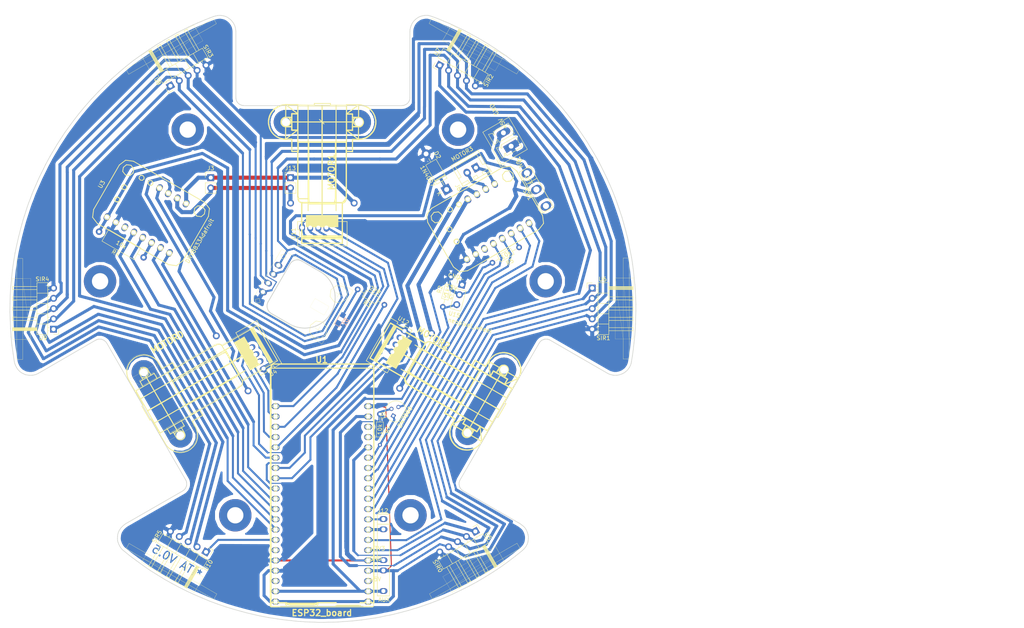
<source format=kicad_pcb>
(kicad_pcb (version 20171130) (host pcbnew 5.0.1)
  (title_block (title "Layout Robotito") (date 2018-07-15) (rev 0.5) (comment 1 "Cuarto Prototipo"))
  (layers (0 F.Cu signal) (31 B.Cu signal) (34 B.Paste user) (35 F.Paste user) (36 B.SilkS user) (37 F.SilkS user) (38 B.Mask user) (39 F.Mask user) (44 Edge.Cuts user))
  (net 0 "")
  (net 1 /SDA)
  (net 2 /SCL)
  (net 3 /XSHUT3)
  (net 4 /XSHUT2)
  (net 5 /XSHUT0)
  (net 6 /XSHUT4)
  (net 7 /XSHUT1)
  (net 8 /XSHUT5)
  (net 9 +3V3)
  (net 10 GND)
  (net 11 +5V)
  (net 12 /M1PWMA)
  (net 13 /M1PWMB)
  (net 14 /M0PWMB)
  (net 15 /M0PWMA)
  (net 16 /M3PWMA)
  (net 17 /M3PWMB)
  (net 18 /M2PWMB)
  (net 19 /M2PWMA)
  (net 20 /M1ENCA)
  (net 21 /M1ENCB)
  (net 22 /M2ENCA)
  (net 23 /M2ENCB)
  (net 24 /M0ENCA)
  (net 25 /M0ENCB)
  (net 26 "Net-(Q1-Pad3)")
  (net 27 /LEDdata)
  (net 28 /M3ENCB)
  (net 29 /M3ENCA)
  (net 30 "Net-(J8-Pad2)")
  (net 31 "Net-(J8-Pad1)")
  (net 32 "Net-(D1-Pad2)")
  (net 33 /LEDCS)
  (net 34 "Net-(R4-Pad2)")
  (net 35 "Net-(R5-Pad2)")
  (net 36 "Net-(J1-Pad2)")
  (net 37 "Net-(J13-Pad1)")
  (net 38 "Net-(J13-Pad2)")
  (net 39 "Net-(U12-Pad1)")
  (net 40 "Net-(U12-Pad2)")
  (net 41 "Net-(U3-Pad11)")
  (net 42 "Net-(U3-Pad12)")
  (net 43 "Net-(U4-Pad7)")
  (net 44 "Net-(U11-Pad7)")
  (net 45 "Net-(U12-Pad7)")
  (module TO_SOT_Packages_THT:TO-92_Molded_Narrow (layer F.Cu) (at 22.543101 29.440533 60)
    (fp_text reference Q1 (at -1.288648 -2.226452 105) (layer F.SilkS))
    (fp_text value 2N7000 (at 1.2065 2.667 -120) (layer F.SilkS))
    (pad 2 thru_hole circle (at 1.27 -1.27 150) (size 1 1) (drill 0.6) (layers *.Cu *.Mask) (net 9 +3V3))
    (pad 3 thru_hole circle (at 2.54 0 150) (size 1 1) (drill 0.6) (layers *.Cu *.Mask) (net 26 "Net-(Q1-Pad3)"))
    (pad 1 thru_hole rect (at 0 0 150) (size 1 1) (drill 0.6) (layers *.Cu *.Mask) (net 27 /LEDdata))
  )
  (module titohuellas:ChasisV6 (layer F.Cu) (at 5.152698 2.959788)
    (fp_text reference U16 hide)
    (fp_text value ChasisV3 hide)
    (pad "" np_thru_hole circle (at 21.638709 51.035288) (size 8 8) (drill 4) (layers *.Cu *.Mask))
    (pad "" np_thru_hole circle (at -21.630233 51.03888) (size 8 8) (drill 4) (layers *.Cu *.Mask))
    (pad "" np_thru_hole circle (at -55.016803 -6.781275) (size 8 8) (drill 4) (layers *.Cu *.Mask))
    (pad "" np_thru_hole circle (at -33.372556 -44.261797) (size 8 8) (drill 4) (layers *.Cu *.Mask))
    (pad "" np_thru_hole circle (at 55.016653 -6.78249) (size 8 8) (drill 4) (layers *.Cu *.Mask))
    (pad "" np_thru_hole circle (at 33.386979 -44.25092) (size 8 8) (drill 4) (layers *.Cu *.Mask))
  )
  (module Pin_Headers:Pin_Header_Straight_1x03_Pitch2.54mm (layer F.Cu) (at 39.516022 -2.964764 345)
    (fp_text reference U15 (at 0.068485 7.588381 165) (layer F.SilkS))
    (fp_text value neopixel_wheel (at 4.50115 9.214325 165) (layer F.SilkS))
    (pad 1 thru_hole rect (at 0 0 345) (size 1.7 1.7) (drill 1) (layers *.Cu *.Mask) (net 10 GND))
    (pad 2 thru_hole oval (at 0 2.54 345) (size 1.7 1.7) (drill 1) (layers *.Cu *.Mask) (net 11 +5V))
    (pad 3 thru_hole oval (at 0 5.08 345) (size 1.7 1.7) (drill 1) (layers *.Cu *.Mask) (net 26 "Net-(Q1-Pad3)"))
  )
  (module Resistors_ThroughHole:R_Axial_DIN0204_L3.6mm_D1.6mm_P7.62mm_Horizontal (layer F.Cu) (at 36.739409 -4.861134 255)
    (fp_text reference R2 (at 3.642006 1.822123 75) (layer F.SilkS))
    (fp_text value 1k (at 3.7465 0 255) (layer F.SilkS))
    (pad 1 thru_hole circle (at 0 0 255) (size 1.4 1.4) (drill 0.7) (layers *.Cu *.Mask) (net 11 +5V))
    (pad 2 thru_hole oval (at 7.62 0 255) (size 1.4 1.4) (drill 0.7) (layers *.Cu *.Mask) (net 26 "Net-(Q1-Pad3)"))
  )
  (module LEDs:LED_0805 (layer B.Cu) (at 9.527824 5.519118 60)
    (fp_text reference D1 (at 0 1.45 60) (layer B.SilkS) (effects (justify mirror)))
    (fp_text value LED)
    (pad 2 smd rect (at 1.1 0 240) (size 1.2 1.2) (layers B.Cu B.Paste B.Mask) (net 32 "Net-(D1-Pad2)"))
    (pad 1 smd rect (at -1.1 0 240) (size 1.2 1.2) (layers B.Cu B.Paste B.Mask) (net 10 GND))
  )
  (module Resistors_ThroughHole:R_Axial_DIN0204_L3.6mm_D1.6mm_P7.62mm_Horizontal (layer F.Cu) (at 19.234881 28.990981 270)
    (fp_text reference R1 (at 3.81 -1.86 270) (layer F.SilkS))
    (fp_text value 10k (at 3.81 0 270) (layer F.SilkS))
    (pad 2 thru_hole oval (at 7.62 0 270) (size 1 1) (drill 0.5) (layers *.Cu *.Mask) (net 27 /LEDdata))
    (pad 1 thru_hole circle (at 0 0 270) (size 1.4 1.4) (drill 0.7) (layers *.Cu *.Mask) (net 9 +3V3))
  )
  (module Resistors_ThroughHole:R_Axial_DIN0204_L3.6mm_D1.6mm_P7.62mm_Horizontal (layer F.Cu) (at 47.005474 -8.396298 30)
    (fp_text reference R5 (at 3.84891 1.99085 30) (layer F.SilkS))
    (fp_text value 10k (at 3.8735 0 30) (layer F.SilkS))
    (pad 1 thru_hole circle (at 0 0 30) (size 1.4 1.4) (drill 0.7) (layers *.Cu *.Mask) (net 11 +5V))
    (pad 2 thru_hole oval (at 7.62 0 30) (size 1.4 1.4) (drill 0.7) (layers *.Cu *.Mask) (net 35 "Net-(R5-Pad2)"))
  )
  (module Resistors_ThroughHole:R_Axial_DIN0309_L9.0mm_D3.2mm_P12.70mm_Horizontal (layer F.Cu) (at -50.104428 -16.079126 330)
    (fp_text reference R4 (at 6.1595 2.54 330) (layer F.SilkS))
    (fp_text value 10k (at 6.35 0.0635 330) (layer F.SilkS))
    (pad 2 thru_hole oval (at 12.7 0 330) (size 1.6 1.6) (drill 0.8) (layers *.Cu *.Mask) (net 34 "Net-(R4-Pad2)"))
    (pad 1 thru_hole circle (at 0 0 330) (size 1.6 1.6) (drill 0.8) (layers *.Cu *.Mask) (net 11 +5V))
  )
  (module Connector_JST:JST_XH_B02B-XH-A_1x02_P2.50mm_Vertical (layer F.Cu) (at 42.940408 -31.898676 210)
    (fp_text reference J8 (at 6.194849 -2.066483 300) (layer F.SilkS))
    (fp_text value MOTOR3 (at 1.25 4.6 210) (layer F.SilkS))
    (pad 1 thru_hole rect (at 0 0 210) (size 1.7 2) (drill 1) (layers *.Cu *.Mask) (net 31 "Net-(J8-Pad1)"))
    (pad 2 thru_hole oval (at 2.5 0 210) (size 1.7 2) (drill 1) (layers *.Cu *.Mask) (net 30 "Net-(J8-Pad2)"))
  )
  (module Resistor_THT:R_Axial_DIN0204_L3.6mm_D1.6mm_P7.62mm_Horizontal (layer F.Cu) (at 20.34041 1.988716 150)
    (fp_text reference R3 (at 3.81 -1.92 150) (layer F.SilkS))
    (fp_text value 22R (at 3.81 1.92 150) (layer F.SilkS))
    (pad 2 thru_hole oval (at 7.62 0 150) (size 1.4 1.4) (drill 0.7) (layers *.Cu *.Mask) (net 32 "Net-(D1-Pad2)"))
    (pad 1 thru_hole circle (at 0 0 150) (size 1.4 1.4) (drill 0.7) (layers *.Cu *.Mask) (net 33 /LEDCS))
  )
  (module Connector_Phoenix_MC:PhoenixContact_MCV_1,5_2-G-3.81_1x02_P3.81mm_Vertical (layer F.Cu) (at 51.635545 -37.205063 120)
    (fp_text reference J1 (at -3.856688 0.099532 -150) (layer F.SilkS))
    (fp_text value Conn_USB)
    (pad 1 thru_hole rect (at 0 0 120) (size 1.8 3.6) (drill 1.2) (layers *.Cu *.Mask) (net 10 GND))
    (pad 2 thru_hole oval (at 3.81 0 120) (size 1.8 3.6) (drill 1.2) (layers *.Cu *.Mask) (net 36 "Net-(J1-Pad2)"))
  )
  (module titohuellas:AUX_PINS (layer F.Cu) (at 20.097715 63.823559 270)
    (fp_text reference J12 (at -10.926786 0.132562) (layer F.SilkS))
    (fp_text value AUX (at 11.044214 -0.172238 180) (layer F.SilkS))
    (pad 1 thru_hole oval (at -8.89 0 270) (size 1.4 2) (drill 1) (layers *.Cu *.Mask) (net 29 /M3ENCA))
    (pad 2 thru_hole oval (at -6.35 0 270) (size 1.4 2) (drill 1) (layers *.Cu *.Mask) (net 28 /M3ENCB))
    (pad 3 thru_hole oval (at 1.27 0 270) (size 1.4 2) (drill 1) (layers *.Cu *.Mask) (net 9 +3V3))
    (pad 4 thru_hole oval (at 3.81 0 270) (size 1.4 2) (drill 1) (layers *.Cu *.Mask) (net 10 GND))
    (pad 5 thru_hole oval (at 8.89 0 270) (size 1.4 2) (drill 1) (layers *.Cu *.Mask) (net 11 +5V))
  )
  (module titohuellas:ESP32_phV2 (layer F.Cu) (at 4.898697 47.126873)
    (fp_text reference U1 (at -0.046544 -31.542699) (layer F.SilkS) (effects (font (size 1.524 1.524) (thickness 0.3048))))
    (fp_text value ESP32_board (at 0 30.988) (layer F.SilkS) (effects (font (size 1.524 1.524) (thickness 0.3048))))
    (pad 20 thru_hole oval (at -11.43 28.194 270) (size 1.4 2) (drill 1) (layers *.Cu *.Mask) (net 10 GND))
    (pad 21 thru_hole oval (at 11.43 28.194 270) (size 1.4 2) (drill 1) (layers *.Cu *.Mask) (net 10 GND))
    (pad 19 thru_hole oval (at -11.43 25.654 270) (size 1.4 2) (drill 1) (layers *.Cu *.Mask) (net 11 +5V))
    (pad 22 thru_hole oval (at 11.43 25.654 270) (size 1.4 2) (drill 1) (layers *.Cu *.Mask) (net 11 +5V))
    (pad 18 thru_hole oval (at -11.43 23.114 270) (size 1.4 2) (drill 1) (layers *.Cu *.Mask))
    (pad 23 thru_hole oval (at 11.43 23.114 270) (size 1.4 2) (drill 1) (layers *.Cu *.Mask))
    (pad 17 thru_hole oval (at -11.43 20.574 270) (size 1.4 2) (drill 1) (layers *.Cu *.Mask) (net 10 GND))
    (pad 24 thru_hole oval (at 11.43 20.574 270) (size 1.4 2) (drill 1) (layers *.Cu *.Mask) (net 10 GND))
    (pad 16 thru_hole oval (at -11.43 18.034 270) (size 1.4 2) (drill 1) (layers *.Cu *.Mask) (net 9 +3V3))
    (pad 25 thru_hole oval (at 11.43 18.034 270) (size 1.4 2) (drill 1) (layers *.Cu *.Mask) (net 9 +3V3))
    (pad 15 thru_hole oval (at -11.429999 15.494 270) (size 1.4 2) (drill 1) (layers *.Cu *.Mask))
    (pad 26 thru_hole oval (at 11.43 15.494001 270) (size 1.4 2) (drill 1) (layers *.Cu *.Mask) (net 5 /XSHUT0))
    (pad 14 thru_hole oval (at -11.43 12.954 270) (size 1.4 2) (drill 1) (layers *.Cu *.Mask) (net 8 /XSHUT5))
    (pad 27 thru_hole oval (at 11.43 12.954 270) (size 1.4 2) (drill 1) (layers *.Cu *.Mask) (net 7 /XSHUT1))
    (pad 13 thru_hole oval (at -11.429999 10.414 270) (size 1.4 2) (drill 1) (layers *.Cu *.Mask) (net 6 /XSHUT4))
    (pad 28 thru_hole oval (at 11.43 10.414001 270) (size 1.4 2) (drill 1) (layers *.Cu *.Mask) (net 28 /M3ENCB))
    (pad 12 thru_hole oval (at -11.43 7.874 270) (size 1.4 2) (drill 1) (layers *.Cu *.Mask) (net 3 /XSHUT3))
    (pad 29 thru_hole oval (at 11.43 7.874 270) (size 1.4 2) (drill 1) (layers *.Cu *.Mask) (net 29 /M3ENCA))
    (pad 11 thru_hole oval (at -11.429999 5.334 270) (size 1.4 2) (drill 1) (layers *.Cu *.Mask) (net 15 /M0PWMA))
    (pad 30 thru_hole oval (at 11.43 5.334001 270) (size 1.4 2) (drill 1) (layers *.Cu *.Mask) (net 4 /XSHUT2))
    (pad 10 thru_hole oval (at -11.43 2.794 270) (size 1.4 2) (drill 1) (layers *.Cu *.Mask) (net 14 /M0PWMB))
    (pad 31 thru_hole oval (at 11.43 2.794 270) (size 1.4 2) (drill 1) (layers *.Cu *.Mask) (net 16 /M3PWMA))
    (pad 9 thru_hole oval (at -11.43 0.253999 270) (size 1.4 2) (drill 1) (layers *.Cu *.Mask) (net 13 /M1PWMB))
    (pad 32 thru_hole oval (at 11.429999 0.254 270) (size 1.4 2) (drill 1) (layers *.Cu *.Mask) (net 17 /M3PWMB))
    (pad 8 thru_hole oval (at -11.43 -2.286 270) (size 1.4 2) (drill 1) (layers *.Cu *.Mask) (net 23 /M2ENCB))
    (pad 33 thru_hole oval (at 11.43 -2.286 270) (size 1.4 2) (drill 1) (layers *.Cu *.Mask) (net 18 /M2PWMB))
    (pad 7 thru_hole oval (at -11.43 -4.826001 270) (size 1.4 2) (drill 1) (layers *.Cu *.Mask) (net 22 /M2ENCA))
    (pad 34 thru_hole oval (at 11.429999 -4.826 270) (size 1.4 2) (drill 1) (layers *.Cu *.Mask) (net 19 /M2PWMA))
    (pad 6 thru_hole oval (at -11.43 -7.366 270) (size 1.4 2) (drill 1) (layers *.Cu *.Mask) (net 12 /M1PWMA))
    (pad 35 thru_hole oval (at 11.43 -7.366 270) (size 1.4 2) (drill 1) (layers *.Cu *.Mask) (net 27 /LEDdata))
    (pad 5 thru_hole oval (at -11.43 -9.906 270) (size 1.4 2) (drill 1) (layers *.Cu *.Mask) (net 33 /LEDCS))
    (pad 36 thru_hole oval (at 11.43 -9.906 270) (size 1.4 2) (drill 1) (layers *.Cu *.Mask) (net 2 /SCL))
    (pad 4 thru_hole oval (at -11.43 -12.446 270) (size 1.4 2) (drill 1) (layers *.Cu *.Mask) (net 24 /M0ENCA))
    (pad 37 thru_hole oval (at 11.43 -12.446 270) (size 1.4 2) (drill 1) (layers *.Cu *.Mask))
    (pad 3 thru_hole oval (at -11.43 -14.986 270) (size 1.4 2) (drill 1) (layers *.Cu *.Mask) (net 20 /M1ENCA))
    (pad 38 thru_hole oval (at 11.43 -14.986 270) (size 1.4 2) (drill 1) (layers *.Cu *.Mask))
    (pad 2 thru_hole oval (at -11.43 -17.526 270) (size 1.4 2) (drill 1) (layers *.Cu *.Mask) (net 25 /M0ENCB))
    (pad 39 thru_hole oval (at 11.43 -17.526 270) (size 1.4 2) (drill 1) (layers *.Cu *.Mask) (net 1 /SDA))
    (pad 1 thru_hole oval (at -11.43 -20.066 270) (size 1.4 2) (drill 1) (layers *.Cu *.Mask) (net 21 /M1ENCB))
    (pad 40 thru_hole oval (at 11.43 -20.066 270) (size 1.4 2) (drill 1) (layers *.Cu *.Mask) (net 10 GND))
  )
  (module titohuellas:DRV8833_phMinV2 (layer F.Cu) (at 45.221748 -19.211284 120)
    (fp_text reference U2)
    (fp_text value DRV8833Adafruit)
    (pad 12 thru_hole oval (at 6.35 -1.27 210) (size 1.4 2) (drill 1) (layers *.Cu *.Mask) (net 39 "Net-(U12-Pad1)"))
    (pad 11 thru_hole oval (at 6.35 1.27 210) (size 1.4 2) (drill 1) (layers *.Cu *.Mask) (net 40 "Net-(U12-Pad2)"))
    (pad 10 thru_hole oval (at 6.35 3.81 210) (size 1.4 2) (drill 1) (layers *.Cu *.Mask) (net 30 "Net-(J8-Pad2)"))
    (pad 9 thru_hole oval (at 6.35 6.35 210) (size 1.4 2) (drill 1) (layers *.Cu *.Mask) (net 31 "Net-(J8-Pad1)"))
    (pad 8 thru_hole oval (at -6.31952 8.86968 30) (size 1.4 2) (drill 1) (layers *.Cu *.Mask) (net 16 /M3PWMA))
    (pad 7 thru_hole oval (at -6.31952 6.32968 30) (size 1.4 2) (drill 1) (layers *.Cu *.Mask) (net 17 /M3PWMB))
    (pad 6 thru_hole oval (at -6.31952 3.78968 30) (size 1.4 2) (drill 1) (layers *.Cu *.Mask) (net 35 "Net-(R5-Pad2)"))
    (pad 5 thru_hole oval (at -6.31952 1.24968 30) (size 1.4 2) (drill 1) (layers *.Cu *.Mask) (net 18 /M2PWMB))
    (pad 4 thru_hole oval (at -6.31952 -1.29032 30) (size 1.4 2) (drill 1) (layers *.Cu *.Mask) (net 19 /M2PWMA))
    (pad 3 thru_hole oval (at -6.31952 -3.83032 30) (size 1.4 2) (drill 1) (layers *.Cu *.Mask))
    (pad 2 thru_hole oval (at -6.31952 -6.37032 30) (size 1.4 2) (drill 1) (layers *.Cu *.Mask) (net 10 GND))
    (pad 1 thru_hole oval (at -6.31952 -8.91032 30) (size 1.4 2) (drill 1) (layers *.Cu *.Mask) (net 11 +5V))
  )
  (module titohuellas:DRV8833_phMinV2 (layer F.Cu) (at -37.279548 -20.711288 60)
    (fp_text reference U3 (at 0 -14.097 60) (layer F.SilkS))
    (fp_text value DRV8833Adafruit (at 0 13.843 60) (layer F.SilkS))
    (pad 1 thru_hole oval (at -6.31952 -8.91032 330) (size 1.4 2) (drill 1) (layers *.Cu *.Mask) (net 11 +5V))
    (pad 2 thru_hole oval (at -6.31952 -6.37032 330) (size 1.4 2) (drill 1) (layers *.Cu *.Mask) (net 10 GND))
    (pad 3 thru_hole oval (at -6.31952 -3.83032 330) (size 1.4 2) (drill 1) (layers *.Cu *.Mask))
    (pad 4 thru_hole oval (at -6.31952 -1.29032 330) (size 1.4 2) (drill 1) (layers *.Cu *.Mask) (net 15 /M0PWMA))
    (pad 5 thru_hole oval (at -6.31952 1.24968 330) (size 1.4 2) (drill 1) (layers *.Cu *.Mask) (net 14 /M0PWMB))
    (pad 6 thru_hole oval (at -6.31952 3.78968 330) (size 1.4 2) (drill 1) (layers *.Cu *.Mask) (net 34 "Net-(R4-Pad2)"))
    (pad 7 thru_hole oval (at -6.31952 6.32968 330) (size 1.4 2) (drill 1) (layers *.Cu *.Mask) (net 13 /M1PWMB))
    (pad 8 thru_hole oval (at -6.31952 8.86968 330) (size 1.4 2) (drill 1) (layers *.Cu *.Mask) (net 12 /M1PWMA))
    (pad 9 thru_hole oval (at 6.35 6.35 150) (size 1.4 2) (drill 1) (layers *.Cu *.Mask) (net 37 "Net-(J13-Pad1)"))
    (pad 10 thru_hole oval (at 6.35 3.81 150) (size 1.4 2) (drill 1) (layers *.Cu *.Mask) (net 38 "Net-(J13-Pad2)"))
    (pad 11 thru_hole oval (at 6.35 1.27 150) (size 1.4 2) (drill 1) (layers *.Cu *.Mask) (net 41 "Net-(U3-Pad11)"))
    (pad 12 thru_hole oval (at 6.35 -1.27 150) (size 1.4 2) (drill 1) (layers *.Cu *.Mask) (net 42 "Net-(U3-Pad12)"))
  )
  (module Connector_PinHeader_2.54mm:PinHeader_1x02_P2.54mm_Vertical (layer F.Cu) (at -2.848305 -29.42521)
    (fp_text reference J13 (at 0 -2.33) (layer F.SilkS))
    (fp_text value PUENTE)
    (pad 1 thru_hole rect (at 0 0) (size 1.7 1.7) (drill 1) (layers *.Cu *.Mask) (net 37 "Net-(J13-Pad1)"))
    (pad 2 thru_hole oval (at 0 2.54) (size 1.7 1.7) (drill 1) (layers *.Cu *.Mask) (net 38 "Net-(J13-Pad2)"))
  )
  (module Diode_THT:D_DO-41_SOD81_P10.16mm_Horizontal (layer F.Cu) (at 35.713152 -26.503627 120)
    (fp_text reference D2 (at 8.51201 2.274766 120) (layer F.SilkS))
    (fp_text value 1N4007 (at 5.199819 -2.45315 120) (layer F.SilkS))
    (fp_text user K (at 0 -2.1 120) (layer F.SilkS))
    (pad 1 thru_hole rect (at 0 0 120) (size 2.2 2.2) (drill 1.2) (layers *.Cu *.Mask) (net 11 +5V))
    (pad 2 thru_hole oval (at 10.16 0 120) (size 2.2 2.2) (drill 1.2) (layers *.Cu *.Mask) (net 10 GND))
  )
  (module Connector_PinHeader_2.54mm:PinHeader_1x02_P2.54mm_Vertical (layer F.Cu) (at -22.533301 -29.425208)
    (fp_text reference J3 (at 0 -2.33) (layer F.SilkS))
    (fp_text value PUENTE)
    (pad 1 thru_hole rect (at 0 0) (size 1.7 1.7) (drill 1) (layers *.Cu *.Mask) (net 37 "Net-(J13-Pad1)"))
    (pad 2 thru_hole oval (at 0 2.54) (size 1.7 1.7) (drill 1) (layers *.Cu *.Mask) (net 38 "Net-(J13-Pad2)"))
  )
  (module titohuellas:SlideSwitchFP_V2 (layer F.Cu) (at 57.877909 -26.504086 300)
    (fp_text reference SW1 (at 0 2.5 300) (layer F.SilkS))
    (fp_text value SW_SPDT)
    (pad 1 thru_hole oval (at -4.7 0 300) (size 2 2.7) (drill 1.5) (layers *.Cu *.Mask) (net 36 "Net-(J1-Pad2)"))
    (pad 2 thru_hole oval (at 0 0 300) (size 2 2.7) (drill 1.5) (layers *.Cu *.Mask) (net 11 +5V))
    (pad 3 thru_hole oval (at 4.7 0 300) (size 2 2.7) (drill 1.5) (layers *.Cu *.Mask))
  )
  (module titohuellas:MotorCompletoFP (layer F.Cu) (at -23.549304 20.10479 120)
    (fp_text reference U4 (at -7.1 14.859 210) (layer F.SilkS))
    (fp_text value MotEnc0)
    (pad 3 thru_hole oval (at -5 13.359 120) (size 1.4 2) (drill 1) (layers *.Cu *.Mask) (net 10 GND))
    (pad 4 thru_hole oval (at -3 13.359 120) (size 1.4 2) (drill 1) (layers *.Cu *.Mask) (net 25 /M0ENCB))
    (pad 5 thru_hole oval (at -0.999999 13.359 120) (size 1.4 2) (drill 1) (layers *.Cu *.Mask) (net 24 /M0ENCA))
    (pad 6 thru_hole oval (at 1 13.358999 120) (size 1.4 2) (drill 1) (layers *.Cu *.Mask) (net 9 +3V3))
    (pad 1 thru_hole circle (at -7.8486 7.2898 120) (size 1.7 1.7) (drill 1) (layers *.Cu *.Mask) (net 42 "Net-(U3-Pad12)"))
    (pad 2 thru_hole circle (at 7.8486 7.2898 120) (size 1.7 1.7) (drill 1) (layers *.Cu *.Mask) (net 41 "Net-(U3-Pad11)"))
    (pad 7 thru_hole circle (at -9 -12.7254 120) (size 6 6) (drill 2) (layers *.Cu *.Mask) (net 43 "Net-(U4-Pad7)"))
    (pad 8 thru_hole circle (at 9 -12.7254 120) (size 6 6) (drill 2) (layers *.Cu *.Mask) (net 43 "Net-(U4-Pad7)"))
  )
  (module titohuellas:MotorCompletoFP (layer F.Cu) (at 5.025696 -30.441207)
    (fp_text reference U11 (at -7.1 14.859 90) (layer F.SilkS))
    (fp_text value MotEnc1)
    (pad 8 thru_hole circle (at 9 -12.7254) (size 6 6) (drill 2) (layers *.Cu *.Mask) (net 44 "Net-(U11-Pad7)"))
    (pad 7 thru_hole circle (at -9 -12.7254) (size 6 6) (drill 2) (layers *.Cu *.Mask) (net 44 "Net-(U11-Pad7)"))
    (pad 2 thru_hole circle (at 7.8486 7.2898) (size 1.7 1.7) (drill 1) (layers *.Cu *.Mask) (net 37 "Net-(J13-Pad1)"))
    (pad 1 thru_hole circle (at -7.8486 7.2898) (size 1.7 1.7) (drill 1) (layers *.Cu *.Mask) (net 38 "Net-(J13-Pad2)"))
    (pad 6 thru_hole oval (at 1 13.359) (size 1.4 2) (drill 1) (layers *.Cu *.Mask) (net 9 +3V3))
    (pad 5 thru_hole oval (at -1 13.359) (size 1.4 2) (drill 1) (layers *.Cu *.Mask) (net 20 /M1ENCA))
    (pad 4 thru_hole oval (at -3 13.359) (size 1.4 2) (drill 1) (layers *.Cu *.Mask) (net 21 /M1ENCB))
    (pad 3 thru_hole oval (at -5 13.359) (size 1.4 2) (drill 1) (layers *.Cu *.Mask) (net 10 GND))
  )
  (module titohuellas:MotorCompletoFP (layer F.Cu) (at 34.362699 19.469794 240)
    (fp_text reference U12 (at -7.1 14.859 330) (layer F.SilkS))
    (fp_text value MotEnc2)
    (pad 3 thru_hole oval (at -5 13.359 240) (size 1.4 2) (drill 1) (layers *.Cu *.Mask) (net 10 GND))
    (pad 4 thru_hole oval (at -3 13.359 240) (size 1.4 2) (drill 1) (layers *.Cu *.Mask) (net 23 /M2ENCB))
    (pad 5 thru_hole oval (at -1 13.358999 240) (size 1.4 2) (drill 1) (layers *.Cu *.Mask) (net 22 /M2ENCA))
    (pad 6 thru_hole oval (at 0.999999 13.359 240) (size 1.4 2) (drill 1) (layers *.Cu *.Mask) (net 9 +3V3))
    (pad 1 thru_hole circle (at -7.8486 7.2898 240) (size 1.7 1.7) (drill 1) (layers *.Cu *.Mask) (net 39 "Net-(U12-Pad1)"))
    (pad 2 thru_hole circle (at 7.8486 7.2898 240) (size 1.7 1.7) (drill 1) (layers *.Cu *.Mask) (net 40 "Net-(U12-Pad2)"))
    (pad 7 thru_hole circle (at -9 -12.7254 240) (size 6 6) (drill 2) (layers *.Cu *.Mask) (net 45 "Net-(U12-Pad7)"))
    (pad 8 thru_hole circle (at 9 -12.7254 240) (size 6 6) (drill 2) (layers *.Cu *.Mask) (net 45 "Net-(U12-Pad7)"))
  )
  (module titohuellas:ColorSensorPHV4 (layer F.Cu) (at -0.040837 -0.036705 240)
    (fp_text reference U17 hide)
    (fp_text value APDS9960 hide)
    (pad 1 thru_hole oval (at 3.80545 8.884408 60) (size 1.4 2) (drill 1) (layers *.Cu *.Mask) (net 10 GND))
    (pad 2 thru_hole oval (at 1.26545 8.884408 60) (size 1.4 2) (drill 1) (layers *.Cu *.Mask) (net 9 +3V3))
    (pad 3 thru_hole oval (at -1.27455 8.884408 60) (size 1.4 2) (drill 1) (layers *.Cu *.Mask) (net 1 /SDA))
    (pad 4 thru_hole oval (at -3.81455 8.884408 60) (size 1.4 2) (drill 1) (layers *.Cu *.Mask) (net 2 /SCL))
  )
  (module titohuellas:ToFSensor_FP (layer F.Cu) (at 42.801697 57.981877 300)
    (fp_text reference U5 (at 2.583648 -2.18201 300) (layer F.SilkS))
    (fp_text value SIR0 (at 2.763034 12.366285 300) (layer F.SilkS))
    (pad 1 thru_hole rect (at 0 0 300) (size 1.7 1.7) (drill 1) (layers *.Cu *.Mask) (net 5 /XSHUT0))
    (pad 2 thru_hole oval (at 0 2.54 300) (size 1.7 1.7) (drill 1) (layers *.Cu *.Mask) (net 2 /SCL))
    (pad 3 thru_hole oval (at 0 5.08 300) (size 1.7 1.7) (drill 1) (layers *.Cu *.Mask) (net 1 /SDA))
    (pad 4 thru_hole oval (at 0 7.62 300) (size 1.7 1.7) (drill 1) (layers *.Cu *.Mask) (net 10 GND))
    (pad 5 thru_hole oval (at 0 10.16 300) (size 1.7 1.7) (drill 1) (layers *.Cu *.Mask) (net 9 +3V3))
  )
  (module titohuellas:ToFSensor_FP (layer F.Cu) (at 71.652699 -2.149127)
    (fp_text reference U6 (at 2.583648 -2.18201) (layer F.SilkS))
    (fp_text value SIR1 (at 2.763034 12.366285) (layer F.SilkS))
    (pad 5 thru_hole oval (at 0 10.16) (size 1.7 1.7) (drill 1) (layers *.Cu *.Mask) (net 9 +3V3))
    (pad 4 thru_hole oval (at 0 7.62) (size 1.7 1.7) (drill 1) (layers *.Cu *.Mask) (net 10 GND))
    (pad 3 thru_hole oval (at 0 5.08) (size 1.7 1.7) (drill 1) (layers *.Cu *.Mask) (net 1 /SDA))
    (pad 2 thru_hole oval (at 0 2.54) (size 1.7 1.7) (drill 1) (layers *.Cu *.Mask) (net 2 /SCL))
    (pad 1 thru_hole rect (at 0 0) (size 1.7 1.7) (drill 1) (layers *.Cu *.Mask) (net 7 /XSHUT1))
  )
  (module titohuellas:ToFSensor_FP (layer F.Cu) (at 34.003697 -57.200126 60)
    (fp_text reference U7 (at 2.583648 -2.18201 60) (layer F.SilkS))
    (fp_text value SIR2 (at 2.763034 12.366285 60) (layer F.SilkS))
    (pad 1 thru_hole rect (at 0 0 60) (size 1.7 1.7) (drill 1) (layers *.Cu *.Mask) (net 4 /XSHUT2))
    (pad 2 thru_hole oval (at 0 2.54 60) (size 1.7 1.7) (drill 1) (layers *.Cu *.Mask) (net 2 /SCL))
    (pad 3 thru_hole oval (at 0 5.08 60) (size 1.7 1.7) (drill 1) (layers *.Cu *.Mask) (net 1 /SDA))
    (pad 4 thru_hole oval (at 0 7.62 60) (size 1.7 1.7) (drill 1) (layers *.Cu *.Mask) (net 10 GND))
    (pad 5 thru_hole oval (at 0 10.16 60) (size 1.7 1.7) (drill 1) (layers *.Cu *.Mask) (net 9 +3V3))
  )
  (module titohuellas:ToFSensor_FP (layer F.Cu) (at -32.496302 -52.120123 120)
    (fp_text reference U8 (at 2.583648 -2.18201 120) (layer F.SilkS))
    (fp_text value SIR3 (at 2.763034 12.366285 120) (layer F.SilkS))
    (pad 5 thru_hole oval (at 0 10.16 120) (size 1.7 1.7) (drill 1) (layers *.Cu *.Mask) (net 9 +3V3))
    (pad 4 thru_hole oval (at 0 7.62 120) (size 1.7 1.7) (drill 1) (layers *.Cu *.Mask) (net 10 GND))
    (pad 3 thru_hole oval (at 0 5.08 120) (size 1.7 1.7) (drill 1) (layers *.Cu *.Mask) (net 1 /SDA))
    (pad 2 thru_hole oval (at 0 2.54 120) (size 1.7 1.7) (drill 1) (layers *.Cu *.Mask) (net 2 /SCL))
    (pad 1 thru_hole rect (at 0 0 120) (size 1.7 1.7) (drill 1) (layers *.Cu *.Mask) (net 3 /XSHUT3))
  )
  (module titohuellas:ToFSensor_FP (layer F.Cu) (at -61.347301 8.010876 180)
    (fp_text reference U9 (at 2.583648 -2.18201 180) (layer F.SilkS))
    (fp_text value SIR4 (at 2.763034 12.366285 180) (layer F.SilkS))
    (pad 1 thru_hole rect (at 0 0 180) (size 1.7 1.7) (drill 1) (layers *.Cu *.Mask) (net 6 /XSHUT4))
    (pad 2 thru_hole oval (at 0 2.54 180) (size 1.7 1.7) (drill 1) (layers *.Cu *.Mask) (net 2 /SCL))
    (pad 3 thru_hole oval (at 0 5.08 180) (size 1.7 1.7) (drill 1) (layers *.Cu *.Mask) (net 1 /SDA))
    (pad 4 thru_hole oval (at 0 7.62 180) (size 1.7 1.7) (drill 1) (layers *.Cu *.Mask) (net 10 GND))
    (pad 5 thru_hole oval (at 0 10.16 180) (size 1.7 1.7) (drill 1) (layers *.Cu *.Mask) (net 9 +3V3))
  )
  (module titohuellas:ToFSensor_FP (layer F.Cu) (at -23.698302 63.061874 240)
    (fp_text reference U10 (at 2.583648 -2.18201 240) (layer F.SilkS))
    (fp_text value SIR5 (at 2.763034 12.366285 240) (layer F.SilkS))
    (pad 5 thru_hole oval (at 0 10.16 240) (size 1.7 1.7) (drill 1) (layers *.Cu *.Mask) (net 9 +3V3))
    (pad 4 thru_hole oval (at 0 7.62 240) (size 1.7 1.7) (drill 1) (layers *.Cu *.Mask) (net 10 GND))
    (pad 3 thru_hole oval (at 0 5.08 240) (size 1.7 1.7) (drill 1) (layers *.Cu *.Mask) (net 1 /SDA))
    (pad 2 thru_hole oval (at 0 2.54 240) (size 1.7 1.7) (drill 1) (layers *.Cu *.Mask) (net 2 /SCL))
    (pad 1 thru_hole rect (at 0 0 240) (size 1.7 1.7) (drill 1) (layers *.Cu *.Mask) (net 8 /XSHUT5))
  )
  (gr_line (start 58.556199 11.449958) (end 50.703363 25.038953) (layer Edge.Cuts) (width 0.15))
  (gr_line (start 50.703363 25.038953) (end 39.040531 45.231956) (layer Edge.Cuts) (width 0.15))
  (gr_line (start 39.040531 45.231956) (end 38.955863 45.401291) (layer Edge.Cuts) (width 0.15))
  (gr_line (start 38.955863 45.401291) (end 38.913529 45.570622) (layer Edge.Cuts) (width 0.15))
  (gr_line (start 38.913529 45.570622) (end 38.828865 45.782288) (layer Edge.Cuts) (width 0.15))
  (gr_line (start 38.828865 45.782288) (end 38.786531 45.95162) (layer Edge.Cuts) (width 0.15))
  (gr_line (start 38.786531 45.95162) (end 38.78653 46.374957) (layer Edge.Cuts) (width 0.15))
  (gr_line (start 38.78653 46.374957) (end 38.828862 46.544287) (layer Edge.Cuts) (width 0.15))
  (gr_line (start 38.828862 46.544287) (end 38.871198 46.755955) (layer Edge.Cuts) (width 0.15))
  (gr_line (start 38.871198 46.755955) (end 38.913531 46.967622) (layer Edge.Cuts) (width 0.15))
  (gr_line (start 38.913531 46.967622) (end 38.998196 47.136956) (layer Edge.Cuts) (width 0.15))
  (gr_line (start 38.998196 47.136956) (end 39.082866 47.30629) (layer Edge.Cuts) (width 0.15))
  (gr_line (start 39.082866 47.30629) (end 39.209864 47.475623) (layer Edge.Cuts) (width 0.15))
  (gr_line (start 39.209864 47.475623) (end 39.5062 47.771956) (layer Edge.Cuts) (width 0.15))
  (gr_line (start 39.5062 47.771956) (end 39.80253 47.983623) (layer Edge.Cuts) (width 0.15))
  (gr_line (start 39.80253 47.983623) (end 53.89953 56.111621) (layer Edge.Cuts) (width 0.15))
  (gr_line (start 53.89953 56.111621) (end 54.280529 56.407954) (layer Edge.Cuts) (width 0.15))
  (gr_line (start 54.280529 56.407954) (end 54.661528 56.70429) (layer Edge.Cuts) (width 0.15))
  (gr_line (start 54.661528 56.70429) (end 55.000199 57.042956) (layer Edge.Cuts) (width 0.15))
  (gr_line (start 55.000199 57.042956) (end 55.29653 57.466291) (layer Edge.Cuts) (width 0.15))
  (gr_line (start 55.29653 57.466291) (end 55.508194 57.889624) (layer Edge.Cuts) (width 0.15))
  (gr_line (start 55.508194 57.889624) (end 55.67753 58.312955) (layer Edge.Cuts) (width 0.15))
  (gr_line (start 55.67753 58.312955) (end 55.804529 58.778621) (layer Edge.Cuts) (width 0.15))
  (gr_line (start 55.804529 58.778621) (end 55.889196 59.24429) (layer Edge.Cuts) (width 0.15))
  (gr_line (start 55.889196 59.24429) (end 55.889196 59.709954) (layer Edge.Cuts) (width 0.15))
  (gr_line (start 55.889196 59.709954) (end 55.846865 60.217956) (layer Edge.Cuts) (width 0.15))
  (gr_line (start 55.846865 60.217956) (end 55.804529 60.429621) (layer Edge.Cuts) (width 0.15))
  (gr_line (start 55.804529 60.429621) (end 55.762197 60.683624) (layer Edge.Cuts) (width 0.15))
  (gr_line (start 55.762197 60.683624) (end 55.592861 61.149289) (layer Edge.Cuts) (width 0.15))
  (gr_line (start 55.592861 61.149289) (end 55.381198 61.572619) (layer Edge.Cuts) (width 0.15))
  (gr_line (start 55.381198 61.572619) (end 55.084864 61.995956) (layer Edge.Cuts) (width 0.15))
  (gr_line (start 55.084864 61.995956) (end 54.78853 62.33462) (layer Edge.Cuts) (width 0.15))
  (gr_line (start 54.78853 62.33462) (end 54.449863 62.67329) (layer Edge.Cuts) (width 0.15))
  (gr_line (start 54.449863 62.67329) (end 52.714196 64.070289) (layer Edge.Cuts) (width 0.15))
  (gr_line (start 52.714196 64.070289) (end 50.936198 65.424952) (layer Edge.Cuts) (width 0.15))
  (gr_line (start 50.936198 65.424952) (end 49.115862 66.737287) (layer Edge.Cuts) (width 0.15))
  (gr_line (start 49.115862 66.737287) (end 47.210863 68.007285) (layer Edge.Cuts) (width 0.15))
  (gr_line (start 47.210863 68.007285) (end 45.305864 69.192623) (layer Edge.Cuts) (width 0.15))
  (gr_line (start 45.305864 69.192623) (end 43.316197 70.377955) (layer Edge.Cuts) (width 0.15))
  (gr_line (start 43.316197 70.377955) (end 42.300197 70.928288) (layer Edge.Cuts) (width 0.15))
  (gr_line (start 42.300197 70.928288) (end 41.284196 71.478626) (layer Edge.Cuts) (width 0.15))
  (gr_line (start 41.284196 71.478626) (end 40.268199 71.986622) (layer Edge.Cuts) (width 0.15))
  (gr_line (start 40.268199 71.986622) (end 39.252197 72.494622) (layer Edge.Cuts) (width 0.15))
  (gr_line (start 39.252197 72.494622) (end 38.193864 73.002621) (layer Edge.Cuts) (width 0.15))
  (gr_line (start 38.193864 73.002621) (end 37.135529 73.510623) (layer Edge.Cuts) (width 0.15))
  (gr_line (start 37.135529 73.510623) (end 36.077198 73.976289) (layer Edge.Cuts) (width 0.15))
  (gr_line (start 36.077198 73.976289) (end 35.018865 74.441957) (layer Edge.Cuts) (width 0.15))
  (gr_line (start 35.018865 74.441957) (end 33.960529 74.865288) (layer Edge.Cuts) (width 0.15))
  (gr_line (start 33.960529 74.865288) (end 32.859866 75.288623) (layer Edge.Cuts) (width 0.15))
  (gr_line (start 32.859866 75.288623) (end 31.759198 75.711956) (layer Edge.Cuts) (width 0.15))
  (gr_line (start 31.759198 75.711956) (end 30.658532 76.092955) (layer Edge.Cuts) (width 0.15))
  (gr_line (start 30.658532 76.092955) (end 29.557864 76.473957) (layer Edge.Cuts) (width 0.15))
  (gr_line (start 29.557864 76.473957) (end 28.457194 76.854956) (layer Edge.Cuts) (width 0.15))
  (gr_line (start 28.457194 76.854956) (end 27.314198 77.193623) (layer Edge.Cuts) (width 0.15))
  (gr_line (start 27.314198 77.193623) (end 26.213532 77.532289) (layer Edge.Cuts) (width 0.15))
  (gr_line (start 26.213532 77.532289) (end 25.070533 77.828623) (layer Edge.Cuts) (width 0.15))
  (gr_line (start 25.070533 77.828623) (end 23.927529 78.124954) (layer Edge.Cuts) (width 0.15))
  (gr_line (start 23.927529 78.124954) (end 22.784529 78.421287) (layer Edge.Cuts) (width 0.15))
  (gr_line (start 22.784529 78.421287) (end 21.641531 78.675288) (layer Edge.Cuts) (width 0.15))
  (gr_line (start 21.641531 78.675288) (end 20.49853 78.886955) (layer Edge.Cuts) (width 0.15))
  (gr_line (start 20.49853 78.886955) (end 19.35553 79.140954) (layer Edge.Cuts) (width 0.15))
  (gr_line (start 19.35553 79.140954) (end 18.170196 79.352619) (layer Edge.Cuts) (width 0.15))
  (gr_line (start 18.170196 79.352619) (end 17.027197 79.521955) (layer Edge.Cuts) (width 0.15))
  (gr_line (start 17.027197 79.521955) (end 15.884198 79.69129) (layer Edge.Cuts) (width 0.15))
  (gr_line (start 15.884198 79.69129) (end 14.698861 79.86062) (layer Edge.Cuts) (width 0.15))
  (gr_line (start 14.698861 79.86062) (end 13.555863 79.98762) (layer Edge.Cuts) (width 0.15))
  (gr_line (start 13.555863 79.98762) (end 12.37053 80.114619) (layer Edge.Cuts) (width 0.15))
  (gr_line (start 12.37053 80.114619) (end 11.227531 80.199288) (layer Edge.Cuts) (width 0.15))
  (gr_line (start 11.227531 80.199288) (end 10.042197 80.283954) (layer Edge.Cuts) (width 0.15))
  (gr_line (start 10.042197 80.283954) (end 8.899198 80.368622) (layer Edge.Cuts) (width 0.15))
  (gr_line (start 8.899198 80.368622) (end 7.713865 80.410956) (layer Edge.Cuts) (width 0.15))
  (gr_line (start 7.713865 80.410956) (end 6.570865 80.410957) (layer Edge.Cuts) (width 0.15))
  (gr_line (start 6.570865 80.410957) (end 5.38553 80.453288) (layer Edge.Cuts) (width 0.15))
  (gr_line (start 5.38553 80.453288) (end 4.242531 80.453289) (layer Edge.Cuts) (width 0.15))
  (gr_line (start 4.242531 80.453289) (end 3.09953 80.410956) (layer Edge.Cuts) (width 0.15))
  (gr_line (start 3.09953 80.410956) (end 1.914198 80.368622) (layer Edge.Cuts) (width 0.15))
  (gr_line (start 1.914198 80.368622) (end 0.771199 80.326289) (layer Edge.Cuts) (width 0.15))
  (gr_line (start 0.771199 80.326289) (end -0.371801 80.24162) (layer Edge.Cuts) (width 0.15))
  (gr_line (start -0.371801 80.24162) (end -1.514802 80.156955) (layer Edge.Cuts) (width 0.15))
  (gr_line (start -1.514802 80.156955) (end -2.657799 80.029956) (layer Edge.Cuts) (width 0.15))
  (gr_line (start -2.657799 80.029956) (end -3.800802 79.902956) (layer Edge.Cuts) (width 0.15))
  (gr_line (start -3.800802 79.902956) (end -4.90147 79.775955) (layer Edge.Cuts) (width 0.15))
  (gr_line (start -4.90147 79.775955) (end -6.044468 79.606621) (layer Edge.Cuts) (width 0.15))
  (gr_line (start -6.044468 79.606621) (end -7.187466 79.437288) (layer Edge.Cuts) (width 0.15))
  (gr_line (start -7.187466 79.437288) (end -8.288135 79.267954) (layer Edge.Cuts) (width 0.15))
  (gr_line (start -8.288135 79.267954) (end -9.388801 79.056288) (layer Edge.Cuts) (width 0.15))
  (gr_line (start -9.388801 79.056288) (end -10.489469 78.844621) (layer Edge.Cuts) (width 0.15))
  (gr_line (start -10.489469 78.844621) (end -11.590134 78.590624) (layer Edge.Cuts) (width 0.15))
  (gr_line (start -11.590134 78.590624) (end -12.6908 78.336623) (layer Edge.Cuts) (width 0.15))
  (gr_line (start -12.6908 78.336623) (end -13.749136 78.082624) (layer Edge.Cuts) (width 0.15))
  (gr_line (start -13.749136 78.082624) (end -14.849802 77.786288) (layer Edge.Cuts) (width 0.15))
  (gr_line (start -14.849802 77.786288) (end -16.839468 77.235956) (layer Edge.Cuts) (width 0.15))
  (gr_line (start -16.839468 77.235956) (end -18.786801 76.643289) (layer Edge.Cuts) (width 0.15))
  (gr_line (start -18.786801 76.643289) (end -20.776467 75.965953) (layer Edge.Cuts) (width 0.15))
  (gr_line (start -20.776467 75.965953) (end -22.723802 75.246286) (layer Edge.Cuts) (width 0.15))
  (gr_line (start -22.723802 75.246286) (end -24.628801 74.441953) (layer Edge.Cuts) (width 0.15))
  (gr_line (start -24.628801 74.441953) (end -26.533801 73.637622) (layer Edge.Cuts) (width 0.15))
  (gr_line (start -26.533801 73.637622) (end -28.4388 72.748623) (layer Edge.Cuts) (width 0.15))
  (gr_line (start -28.4388 72.748623) (end -30.30147 71.817287) (layer Edge.Cuts) (width 0.15))
  (gr_line (start -30.30147 71.817287) (end -32.121802 70.843622) (layer Edge.Cuts) (width 0.15))
  (gr_line (start -32.121802 70.843622) (end -33.942135 69.827621) (layer Edge.Cuts) (width 0.15))
  (gr_line (start -33.942135 69.827621) (end -35.720132 68.726954) (layer Edge.Cuts) (width 0.15))
  (gr_line (start -35.720132 68.726954) (end -37.498134 67.626286) (layer Edge.Cuts) (width 0.15))
  (gr_line (start -37.498134 67.626286) (end -39.191468 66.440952) (layer Edge.Cuts) (width 0.15))
  (gr_line (start -39.191468 66.440952) (end -40.884801 65.213287) (layer Edge.Cuts) (width 0.15))
  (gr_line (start -40.884801 65.213287) (end -42.535801 63.985624) (layer Edge.Cuts) (width 0.15))
  (gr_line (start -42.535801 63.985624) (end -44.144468 62.673289) (layer Edge.Cuts) (width 0.15))
  (gr_line (start -44.144468 62.673289) (end -44.483134 62.376956) (layer Edge.Cuts) (width 0.15))
  (gr_line (start -44.483134 62.376956) (end -44.779469 61.995955) (layer Edge.Cuts) (width 0.15))
  (gr_line (start -44.779469 61.995955) (end -45.033467 61.572623) (layer Edge.Cuts) (width 0.15))
  (gr_line (start -45.033467 61.572623) (end -45.245133 61.149288) (layer Edge.Cuts) (width 0.15))
  (gr_line (start -45.245133 61.149288) (end -45.41447 60.683621) (layer Edge.Cuts) (width 0.15))
  (gr_line (start -45.41447 60.683621) (end -45.499134 60.429623) (layer Edge.Cuts) (width 0.15))
  (gr_line (start -45.499134 60.429623) (end -45.541469 60.217955) (layer Edge.Cuts) (width 0.15))
  (gr_line (start -45.541469 60.217955) (end -45.5838 59.709957) (layer Edge.Cuts) (width 0.15))
  (gr_line (start -45.5838 59.709957) (end -45.541469 59.244287) (layer Edge.Cuts) (width 0.15))
  (gr_line (start -45.541469 59.244287) (end -45.499134 58.778622) (layer Edge.Cuts) (width 0.15))
  (gr_line (start -45.499134 58.778622) (end -45.372133 58.312954) (layer Edge.Cuts) (width 0.15))
  (gr_line (start -45.372133 58.312954) (end -45.202802 57.889623) (layer Edge.Cuts) (width 0.15))
  (gr_line (start -45.202802 57.889623) (end -44.948799 57.466291) (layer Edge.Cuts) (width 0.15))
  (gr_line (start -44.948799 57.466291) (end -44.652467 57.042954) (layer Edge.Cuts) (width 0.15))
  (gr_line (start -44.652467 57.042954) (end -44.313801 56.704289) (layer Edge.Cuts) (width 0.15))
  (gr_line (start -44.313801 56.704289) (end -43.975133 56.407955) (layer Edge.Cuts) (width 0.15))
  (gr_line (start -43.975133 56.407955) (end -43.594136 56.111622) (layer Edge.Cuts) (width 0.15))
  (gr_line (start -43.594136 56.111622) (end -29.454802 47.983621) (layer Edge.Cuts) (width 0.15))
  (gr_line (start -29.454802 47.983621) (end -29.158469 47.771956) (layer Edge.Cuts) (width 0.15))
  (gr_line (start -29.158469 47.771956) (end -28.904467 47.475622) (layer Edge.Cuts) (width 0.15))
  (gr_line (start -28.904467 47.475622) (end -28.777468 47.348624) (layer Edge.Cuts) (width 0.15))
  (gr_line (start -28.777468 47.348624) (end -28.692802 47.136956) (layer Edge.Cuts) (width 0.15))
  (gr_line (start -28.692802 47.136956) (end -28.608135 46.967619) (layer Edge.Cuts) (width 0.15))
  (gr_line (start -28.608135 46.967619) (end -28.523467 46.755958) (layer Edge.Cuts) (width 0.15))
  (gr_line (start -28.523467 46.755958) (end -28.481135 46.544289) (layer Edge.Cuts) (width 0.15))
  (gr_line (start -28.481135 46.544289) (end -28.481136 45.95162) (layer Edge.Cuts) (width 0.15))
  (gr_line (start -28.481136 45.95162) (end -28.523466 45.78229) (layer Edge.Cuts) (width 0.15))
  (gr_line (start -28.523466 45.78229) (end -28.5658 45.570623) (layer Edge.Cuts) (width 0.15))
  (gr_line (start -28.5658 45.570623) (end -28.650467 45.401288) (layer Edge.Cuts) (width 0.15))
  (gr_line (start -28.650467 45.401288) (end -28.735135 45.231956) (layer Edge.Cuts) (width 0.15))
  (gr_line (start -28.735135 45.231956) (end -35.148633 34.140622) (layer Edge.Cuts) (width 0.15))
  (gr_line (start -35.148633 34.140622) (end -48.208465 11.449959) (layer Edge.Cuts) (width 0.15))
  (gr_line (start -48.208465 11.449959) (end -48.420133 11.153624) (layer Edge.Cuts) (width 0.15))
  (gr_line (start -48.420133 11.153624) (end -48.716467 10.89962) (layer Edge.Cuts) (width 0.15))
  (gr_line (start -48.716467 10.89962) (end -48.885803 10.77262) (layer Edge.Cuts) (width 0.15))
  (gr_line (start -48.885803 10.77262) (end -49.055135 10.687959) (layer Edge.Cuts) (width 0.15))
  (gr_line (start -49.055135 10.687959) (end -49.224468 10.603289) (layer Edge.Cuts) (width 0.15))
  (gr_line (start -49.224468 10.603289) (end -49.436133 10.518621) (layer Edge.Cuts) (width 0.15))
  (gr_line (start -49.436133 10.518621) (end -49.6478 10.476288) (layer Edge.Cuts) (width 0.15))
  (gr_line (start -49.6478 10.476288) (end -50.240466 10.476289) (layer Edge.Cuts) (width 0.15))
  (gr_line (start -50.240466 10.476289) (end -50.452134 10.518622) (layer Edge.Cuts) (width 0.15))
  (gr_line (start -50.452134 10.518622) (end -50.621467 10.60329) (layer Edge.Cuts) (width 0.15))
  (gr_line (start -50.621467 10.60329) (end -50.790801 10.645623) (layer Edge.Cuts) (width 0.15))
  (gr_line (start -50.790801 10.645623) (end -50.960133 10.73029) (layer Edge.Cuts) (width 0.15))
  (gr_line (start -50.960133 10.73029) (end -65.057137 18.900627) (layer Edge.Cuts) (width 0.15))
  (gr_line (start -65.057137 18.900627) (end -65.48047 19.11229) (layer Edge.Cuts) (width 0.15))
  (gr_line (start -65.48047 19.11229) (end -65.946135 19.281627) (layer Edge.Cuts) (width 0.15))
  (gr_line (start -65.946135 19.281627) (end -66.411801 19.36629) (layer Edge.Cuts) (width 0.15))
  (gr_line (start -66.411801 19.36629) (end -66.6658 19.408624) (layer Edge.Cuts) (width 0.15))
  (gr_line (start -66.6658 19.408624) (end -67.385468 19.408622) (layer Edge.Cuts) (width 0.15))
  (gr_line (start -67.385468 19.408622) (end -67.89347 19.323956) (layer Edge.Cuts) (width 0.15))
  (gr_line (start -67.89347 19.323956) (end -68.359136 19.239292) (layer Edge.Cuts) (width 0.15))
  (gr_line (start -68.359136 19.239292) (end -68.78247 19.02762) (layer Edge.Cuts) (width 0.15))
  (gr_line (start -68.78247 19.02762) (end -69.2058 18.815957) (layer Edge.Cuts) (width 0.15))
  (gr_line (start -69.2058 18.815957) (end -69.586803 18.561955) (layer Edge.Cuts) (width 0.15))
  (gr_line (start -69.586803 18.561955) (end -69.925467 18.223291) (layer Edge.Cuts) (width 0.15))
  (gr_line (start -69.925467 18.223291) (end -70.264135 17.84229) (layer Edge.Cuts) (width 0.15))
  (gr_line (start -70.264135 17.84229) (end -70.518137 17.418955) (layer Edge.Cuts) (width 0.15))
  (gr_line (start -70.518137 17.418955) (end -70.729806 16.995623) (layer Edge.Cuts) (width 0.15))
  (gr_line (start -70.729806 16.995623) (end -70.899136 16.57229) (layer Edge.Cuts) (width 0.15))
  (gr_line (start -70.899136 16.57229) (end -71.026134 16.106624) (layer Edge.Cuts) (width 0.15))
  (gr_line (start -71.026134 16.106624) (end -71.32247 14.074621) (layer Edge.Cuts) (width 0.15))
  (gr_line (start -71.32247 14.074621) (end -71.618802 12.000291) (layer Edge.Cuts) (width 0.15))
  (gr_line (start -71.618802 12.000291) (end -71.83047 9.925958) (layer Edge.Cuts) (width 0.15))
  (gr_line (start -71.83047 9.925958) (end -71.957468 7.851624) (layer Edge.Cuts) (width 0.15))
  (gr_line (start -71.957468 7.851624) (end -72.042135 5.777289) (layer Edge.Cuts) (width 0.15))
  (gr_line (start -72.042135 5.777289) (end -72.126801 3.702957) (layer Edge.Cuts) (width 0.15))
  (gr_line (start -72.126801 3.702957) (end -72.084467 1.628625) (layer Edge.Cuts) (width 0.15))
  (gr_line (start -72.084467 1.628625) (end -72.042137 -0.445713) (layer Edge.Cuts) (width 0.15))
  (gr_line (start -72.042137 -0.445713) (end -71.915136 -2.520043) (layer Edge.Cuts) (width 0.15))
  (gr_line (start -71.915136 -2.520043) (end -71.703468 -4.594376) (layer Edge.Cuts) (width 0.15))
  (gr_line (start -71.703468 -4.594376) (end -71.4918 -6.66871) (layer Edge.Cuts) (width 0.15))
  (gr_line (start -71.4918 -6.66871) (end -71.195469 -8.743046) (layer Edge.Cuts) (width 0.15))
  (gr_line (start -71.195469 -8.743046) (end -70.856803 -10.77504) (layer Edge.Cuts) (width 0.15))
  (gr_line (start -70.856803 -10.77504) (end -70.433468 -12.807042) (layer Edge.Cuts) (width 0.15))
  (gr_line (start -70.433468 -12.807042) (end -69.967802 -14.839041) (layer Edge.Cuts) (width 0.15))
  (gr_line (start -69.967802 -14.839041) (end -69.4598 -16.828709) (layer Edge.Cuts) (width 0.15))
  (gr_line (start -69.4598 -16.828709) (end -69.163472 -17.929376) (layer Edge.Cuts) (width 0.15))
  (gr_line (start -69.163472 -17.929376) (end -68.867135 -18.987709) (layer Edge.Cuts) (width 0.15))
  (gr_line (start -68.867135 -18.987709) (end -68.528467 -20.04604) (layer Edge.Cuts) (width 0.15))
  (gr_line (start -68.528467 -20.04604) (end -68.189803 -21.104376) (layer Edge.Cuts) (width 0.15))
  (gr_line (start -68.189803 -21.104376) (end -67.851134 -22.162709) (layer Edge.Cuts) (width 0.15))
  (gr_line (start -67.851134 -22.162709) (end -67.470136 -23.263375) (layer Edge.Cuts) (width 0.15))
  (gr_line (start -67.470136 -23.263375) (end -67.046798 -24.321707) (layer Edge.Cuts) (width 0.15))
  (gr_line (start -67.046798 -24.321707) (end -66.665802 -25.380043) (layer Edge.Cuts) (width 0.15))
  (gr_line (start -66.665802 -25.380043) (end -66.242467 -26.396042) (layer Edge.Cuts) (width 0.15))
  (gr_line (start -66.242467 -26.396042) (end -65.776801 -27.454375) (layer Edge.Cuts) (width 0.15))
  (gr_line (start -65.776801 -27.454375) (end -65.311136 -28.512709) (layer Edge.Cuts) (width 0.15))
  (gr_line (start -65.311136 -28.512709) (end -64.845468 -29.571042) (layer Edge.Cuts) (width 0.15))
  (gr_line (start -64.845468 -29.571042) (end -64.337468 -30.58704) (layer Edge.Cuts) (width 0.15))
  (gr_line (start -64.337468 -30.58704) (end -63.829471 -31.603041) (layer Edge.Cuts) (width 0.15))
  (gr_line (start -63.829471 -31.603041) (end -63.321468 -32.661376) (layer Edge.Cuts) (width 0.15))
  (gr_line (start -63.321468 -32.661376) (end -62.771133 -33.677376) (layer Edge.Cuts) (width 0.15))
  (gr_line (start -62.771133 -33.677376) (end -62.220799 -34.693375) (layer Edge.Cuts) (width 0.15))
  (gr_line (start -62.220799 -34.693375) (end -61.628135 -35.709379) (layer Edge.Cuts) (width 0.15))
  (gr_line (start -61.628135 -35.709379) (end -61.035466 -36.683042) (layer Edge.Cuts) (width 0.15))
  (gr_line (start -61.035466 -36.683042) (end -60.442799 -37.699041) (layer Edge.Cuts) (width 0.15))
  (gr_line (start -60.442799 -37.699041) (end -59.807802 -38.67271) (layer Edge.Cuts) (width 0.15))
  (gr_line (start -59.807802 -38.67271) (end -59.1728 -39.646375) (layer Edge.Cuts) (width 0.15))
  (gr_line (start -59.1728 -39.646375) (end -58.537803 -40.620043) (layer Edge.Cuts) (width 0.15))
  (gr_line (start -58.537803 -40.620043) (end -57.860468 -41.551372) (layer Edge.Cuts) (width 0.15))
  (gr_line (start -57.860468 -41.551372) (end -56.463467 -43.456376) (layer Edge.Cuts) (width 0.15))
  (gr_line (start -56.463467 -43.456376) (end -55.024133 -45.319042) (layer Edge.Cuts) (width 0.15))
  (gr_line (start -55.024133 -45.319042) (end -53.542465 -47.097041) (layer Edge.Cuts) (width 0.15))
  (gr_line (start -53.542465 -47.097041) (end -51.976135 -48.875042) (layer Edge.Cuts) (width 0.15))
  (gr_line (start -51.976135 -48.875042) (end -50.367465 -50.568375) (layer Edge.Cuts) (width 0.15))
  (gr_line (start -50.367465 -50.568375) (end -48.716467 -52.219376) (layer Edge.Cuts) (width 0.15))
  (gr_line (start -48.716467 -52.219376) (end -47.023133 -53.828042) (layer Edge.Cuts) (width 0.15))
  (gr_line (start -47.023133 -53.828042) (end -45.245134 -55.394375) (layer Edge.Cuts) (width 0.15))
  (gr_line (start -45.245134 -55.394375) (end -43.467136 -56.918374) (layer Edge.Cuts) (width 0.15))
  (gr_line (start -43.467136 -56.918374) (end -41.646801 -58.357709) (layer Edge.Cuts) (width 0.15))
  (gr_line (start -41.646801 -58.357709) (end -39.741798 -59.712375) (layer Edge.Cuts) (width 0.15))
  (gr_line (start -39.741798 -59.712375) (end -37.836801 -61.02471) (layer Edge.Cuts) (width 0.15))
  (gr_line (start -37.836801 -61.02471) (end -35.931801 -62.294708) (layer Edge.Cuts) (width 0.15))
  (gr_line (start -35.931801 -62.294708) (end -33.942135 -63.480041) (layer Edge.Cuts) (width 0.15))
  (gr_line (start -33.942135 -63.480041) (end -31.952466 -64.623041) (layer Edge.Cuts) (width 0.15))
  (gr_line (start -31.952466 -64.623041) (end -30.978802 -65.173372) (layer Edge.Cuts) (width 0.15))
  (gr_line (start -30.978802 -65.173372) (end -29.962801 -65.681376) (layer Edge.Cuts) (width 0.15))
  (gr_line (start -29.962801 -65.681376) (end -28.946803 -66.189374) (layer Edge.Cuts) (width 0.15))
  (gr_line (start -28.946803 -66.189374) (end -27.930801 -66.697374) (layer Edge.Cuts) (width 0.15))
  (gr_line (start -27.930801 -66.697374) (end -26.914803 -67.163041) (layer Edge.Cuts) (width 0.15))
  (gr_line (start -26.914803 -67.163041) (end -25.856469 -67.628709) (layer Edge.Cuts) (width 0.15))
  (gr_line (start -25.856469 -67.628709) (end -24.840466 -68.052042) (layer Edge.Cuts) (width 0.15))
  (gr_line (start -24.840466 -68.052042) (end -23.824467 -68.475372) (layer Edge.Cuts) (width 0.15))
  (gr_line (start -23.824467 -68.475372) (end -22.766137 -68.898709) (layer Edge.Cuts) (width 0.15))
  (gr_line (start -22.766137 -68.898709) (end -21.750132 -69.279708) (layer Edge.Cuts) (width 0.15))
  (gr_line (start -21.750132 -69.279708) (end -21.284468 -69.406709) (layer Edge.Cuts) (width 0.15))
  (gr_line (start -21.284468 -69.406709) (end -20.818798 -69.491375) (layer Edge.Cuts) (width 0.15))
  (gr_line (start -20.818798 -69.491375) (end -20.3108 -69.53371) (layer Edge.Cuts) (width 0.15))
  (gr_line (start -20.3108 -69.53371) (end -20.099135 -69.533709) (layer Edge.Cuts) (width 0.15))
  (gr_line (start -20.099135 -69.533709) (end -19.845134 -69.491375) (layer Edge.Cuts) (width 0.15))
  (gr_line (start -19.845134 -69.491375) (end -19.337132 -69.406709) (layer Edge.Cuts) (width 0.15))
  (gr_line (start -19.337132 -69.406709) (end -18.871469 -69.279708) (layer Edge.Cuts) (width 0.15))
  (gr_line (start -18.871469 -69.279708) (end -18.448137 -69.068041) (layer Edge.Cuts) (width 0.15))
  (gr_line (start -18.448137 -69.068041) (end -18.067135 -68.814042) (layer Edge.Cuts) (width 0.15))
  (gr_line (start -18.067135 -68.814042) (end -17.686134 -68.517707) (layer Edge.Cuts) (width 0.15))
  (gr_line (start -17.686134 -68.517707) (end -17.347468 -68.179045) (layer Edge.Cuts) (width 0.15))
  (gr_line (start -17.347468 -68.179045) (end -17.051135 -67.798043) (layer Edge.Cuts) (width 0.15))
  (gr_line (start -17.051135 -67.798043) (end -16.797136 -67.374708) (layer Edge.Cuts) (width 0.15))
  (gr_line (start -16.797136 -67.374708) (end -16.58547 -66.951374) (layer Edge.Cuts) (width 0.15))
  (gr_line (start -16.58547 -66.951374) (end -16.458467 -66.485709) (layer Edge.Cuts) (width 0.15))
  (gr_line (start -16.458467 -66.485709) (end -16.373803 -66.020045) (layer Edge.Cuts) (width 0.15))
  (gr_line (start -16.373803 -66.020045) (end -16.33147 -65.554376) (layer Edge.Cuts) (width 0.15))
  (gr_line (start -16.33147 -65.554376) (end -16.331467 -49.256041) (layer Edge.Cuts) (width 0.15))
  (gr_line (start -16.331467 -49.256041) (end -16.331469 -49.044376) (layer Edge.Cuts) (width 0.15))
  (gr_line (start -16.331469 -49.044376) (end -16.289135 -48.875041) (layer Edge.Cuts) (width 0.15))
  (gr_line (start -16.289135 -48.875041) (end -16.246801 -48.70571) (layer Edge.Cuts) (width 0.15))
  (gr_line (start -16.246801 -48.70571) (end -16.20447 -48.494042) (layer Edge.Cuts) (width 0.15))
  (gr_line (start -16.20447 -48.494042) (end -16.119799 -48.324708) (layer Edge.Cuts) (width 0.15))
  (gr_line (start -16.119799 -48.324708) (end -16.035134 -48.155373) (layer Edge.Cuts) (width 0.15))
  (gr_line (start -16.035134 -48.155373) (end -15.908133 -47.986041) (layer Edge.Cuts) (width 0.15))
  (gr_line (start -15.908133 -47.986041) (end -15.738803 -47.816708) (layer Edge.Cuts) (width 0.15))
  (gr_line (start -15.738803 -47.816708) (end -15.611802 -47.689709) (layer Edge.Cuts) (width 0.15))
  (gr_line (start -15.611802 -47.689709) (end -15.442468 -47.562708) (layer Edge.Cuts) (width 0.15))
  (gr_line (start -15.442468 -47.562708) (end -15.273132 -47.478042) (layer Edge.Cuts) (width 0.15))
  (gr_line (start -15.273132 -47.478042) (end -15.061469 -47.393374) (layer Edge.Cuts) (width 0.15))
  (gr_line (start -15.061469 -47.393374) (end -14.892135 -47.30871) (layer Edge.Cuts) (width 0.15))
  (gr_line (start -14.892135 -47.30871) (end -14.722801 -47.266375) (layer Edge.Cuts) (width 0.15))
  (gr_line (start -14.722801 -47.266375) (end -14.511134 -47.266376) (layer Edge.Cuts) (width 0.15))
  (gr_line (start -14.511134 -47.266376) (end -14.341802 -47.224041) (layer Edge.Cuts) (width 0.15))
  (gr_line (start -14.341802 -47.224041) (end 1.300361 -47.224042) (layer Edge.Cuts) (width 0.15))
  (gr_line (start 1.300361 -47.224042) (end 24.647197 -47.224042) (layer Edge.Cuts) (width 0.15))
  (gr_line (start 24.647197 -47.224042) (end 24.858863 -47.266375) (layer Edge.Cuts) (width 0.15))
  (gr_line (start 24.858863 -47.266375) (end 25.028198 -47.266376) (layer Edge.Cuts) (width 0.15))
  (gr_line (start 25.028198 -47.266376) (end 25.197532 -47.308708) (layer Edge.Cuts) (width 0.15))
  (gr_line (start 25.197532 -47.308708) (end 25.409195 -47.393376) (layer Edge.Cuts) (width 0.15))
  (gr_line (start 25.409195 -47.393376) (end 25.578532 -47.478042) (layer Edge.Cuts) (width 0.15))
  (gr_line (start 25.578532 -47.478042) (end 25.747864 -47.56271) (layer Edge.Cuts) (width 0.15))
  (gr_line (start 25.747864 -47.56271) (end 25.917198 -47.689707) (layer Edge.Cuts) (width 0.15))
  (gr_line (start 25.917198 -47.689707) (end 26.086529 -47.816709) (layer Edge.Cuts) (width 0.15))
  (gr_line (start 26.086529 -47.816709) (end 26.213531 -47.986042) (layer Edge.Cuts) (width 0.15))
  (gr_line (start 26.213531 -47.986042) (end 26.340531 -48.155376) (layer Edge.Cuts) (width 0.15))
  (gr_line (start 26.340531 -48.155376) (end 26.425199 -48.32471) (layer Edge.Cuts) (width 0.15))
  (gr_line (start 26.425199 -48.32471) (end 26.509864 -48.494042) (layer Edge.Cuts) (width 0.15))
  (gr_line (start 26.509864 -48.494042) (end 26.59453 -48.705709) (layer Edge.Cuts) (width 0.15))
  (gr_line (start 26.59453 -48.705709) (end 26.636862 -48.875044) (layer Edge.Cuts) (width 0.15))
  (gr_line (start 26.636862 -48.875044) (end 26.636865 -49.256041) (layer Edge.Cuts) (width 0.15))
  (gr_line (start 26.636865 -49.256041) (end 26.636864 -65.554375) (layer Edge.Cuts) (width 0.15))
  (gr_line (start 26.636864 -65.554375) (end 26.679197 -66.020041) (layer Edge.Cuts) (width 0.15))
  (gr_line (start 26.679197 -66.020041) (end 26.763866 -66.485707) (layer Edge.Cuts) (width 0.15))
  (gr_line (start 26.763866 -66.485707) (end 26.933195 -66.951372) (layer Edge.Cuts) (width 0.15))
  (gr_line (start 26.933195 -66.951372) (end 27.102531 -67.374709) (layer Edge.Cuts) (width 0.15))
  (gr_line (start 27.102531 -67.374709) (end 27.356531 -67.798044) (layer Edge.Cuts) (width 0.15))
  (gr_line (start 27.356531 -67.798044) (end 27.652864 -68.179041) (layer Edge.Cuts) (width 0.15))
  (gr_line (start 27.652864 -68.179041) (end 27.991531 -68.517707) (layer Edge.Cuts) (width 0.15))
  (gr_line (start 27.991531 -68.517707) (end 28.372532 -68.814039) (layer Edge.Cuts) (width 0.15))
  (gr_line (start 28.372532 -68.814039) (end 28.753531 -69.068039) (layer Edge.Cuts) (width 0.15))
  (gr_line (start 28.753531 -69.068039) (end 29.219198 -69.279709) (layer Edge.Cuts) (width 0.15))
  (gr_line (start 29.219198 -69.279709) (end 29.684864 -69.406707) (layer Edge.Cuts) (width 0.15))
  (gr_line (start 29.684864 -69.406707) (end 30.150533 -69.491373) (layer Edge.Cuts) (width 0.15))
  (gr_line (start 30.150533 -69.491373) (end 30.404531 -69.533708) (layer Edge.Cuts) (width 0.15))
  (gr_line (start 30.404531 -69.533708) (end 31.124198 -69.533708) (layer Edge.Cuts) (width 0.15))
  (gr_line (start 31.124198 -69.533708) (end 31.589864 -69.406708) (layer Edge.Cuts) (width 0.15))
  (gr_line (start 31.589864 -69.406708) (end 32.055531 -69.279707) (layer Edge.Cuts) (width 0.15))
  (gr_line (start 32.055531 -69.279707) (end 33.494865 -68.729374) (layer Edge.Cuts) (width 0.15))
  (gr_line (start 33.494865 -68.729374) (end 34.934199 -68.136709) (layer Edge.Cuts) (width 0.15))
  (gr_line (start 34.934199 -68.136709) (end 36.373529 -67.544042) (layer Edge.Cuts) (width 0.15))
  (gr_line (start 36.373529 -67.544042) (end 37.812864 -66.866709) (layer Edge.Cuts) (width 0.15))
  (gr_line (start 37.812864 -66.866709) (end 39.252198 -66.189374) (layer Edge.Cuts) (width 0.15))
  (gr_line (start 39.252198 -66.189374) (end 40.691531 -65.46971) (layer Edge.Cuts) (width 0.15))
  (gr_line (start 40.691531 -65.46971) (end 42.088529 -64.707705) (layer Edge.Cuts) (width 0.15))
  (gr_line (start 42.088529 -64.707705) (end 43.485529 -63.945708) (layer Edge.Cuts) (width 0.15))
  (gr_line (start 43.485529 -63.945708) (end 44.924862 -63.099042) (layer Edge.Cuts) (width 0.15))
  (gr_line (start 44.924862 -63.099042) (end 46.27953 -62.252374) (layer Edge.Cuts) (width 0.15))
  (gr_line (start 46.27953 -62.252374) (end 47.676531 -61.363377) (layer Edge.Cuts) (width 0.15))
  (gr_line (start 47.676531 -61.363377) (end 49.031199 -60.432038) (layer Edge.Cuts) (width 0.15))
  (gr_line (start 49.031199 -60.432038) (end 50.428196 -59.500706) (layer Edge.Cuts) (width 0.15))
  (gr_line (start 50.428196 -59.500706) (end 51.74053 -58.484707) (layer Edge.Cuts) (width 0.15))
  (gr_line (start 51.74053 -58.484707) (end 53.095198 -57.46871) (layer Edge.Cuts) (width 0.15))
  (gr_line (start 53.095198 -57.46871) (end 54.365199 -56.410373) (layer Edge.Cuts) (width 0.15))
  (gr_line (start 54.365199 -56.410373) (end 55.677531 -55.309708) (layer Edge.Cuts) (width 0.15))
  (gr_line (start 55.677531 -55.309708) (end 56.947529 -54.209041) (layer Edge.Cuts) (width 0.15))
  (gr_line (start 56.947529 -54.209041) (end 58.175199 -53.06604) (layer Edge.Cuts) (width 0.15))
  (gr_line (start 58.175199 -53.06604) (end 59.402863 -51.880708) (layer Edge.Cuts) (width 0.15))
  (gr_line (start 59.402863 -51.880708) (end 60.630528 -50.653044) (layer Edge.Cuts) (width 0.15))
  (gr_line (start 60.630528 -50.653044) (end 61.815862 -49.383039) (layer Edge.Cuts) (width 0.15))
  (gr_line (start 61.815862 -49.383039) (end 62.958865 -48.113044) (layer Edge.Cuts) (width 0.15))
  (gr_line (start 62.958865 -48.113044) (end 64.101864 -46.843042) (layer Edge.Cuts) (width 0.15))
  (gr_line (start 64.101864 -46.843042) (end 65.20253 -45.488377) (layer Edge.Cuts) (width 0.15))
  (gr_line (start 65.20253 -45.488377) (end 66.260863 -44.133711) (layer Edge.Cuts) (width 0.15))
  (gr_line (start 66.260863 -44.133711) (end 67.319195 -42.736706) (layer Edge.Cuts) (width 0.15))
  (gr_line (start 67.319195 -42.736706) (end 68.335193 -41.339707) (layer Edge.Cuts) (width 0.15))
  (gr_line (start 68.335193 -41.339707) (end 69.308865 -39.900374) (layer Edge.Cuts) (width 0.15))
  (gr_line (start 69.308865 -39.900374) (end 70.282529 -38.461045) (layer Edge.Cuts) (width 0.15))
  (gr_line (start 70.282529 -38.461045) (end 71.171532 -36.979376) (layer Edge.Cuts) (width 0.15))
  (gr_line (start 71.171532 -36.979376) (end 72.060531 -35.497709) (layer Edge.Cuts) (width 0.15))
  (gr_line (start 72.060531 -35.497709) (end 72.94953 -33.973707) (layer Edge.Cuts) (width 0.15))
  (gr_line (start 72.94953 -33.973707) (end 73.753862 -32.449707) (layer Edge.Cuts) (width 0.15))
  (gr_line (start 73.753862 -32.449707) (end 74.515863 -30.883374) (layer Edge.Cuts) (width 0.15))
  (gr_line (start 74.515863 -30.883374) (end 75.277864 -29.317041) (layer Edge.Cuts) (width 0.15))
  (gr_line (start 75.277864 -29.317041) (end 75.997528 -27.708376) (layer Edge.Cuts) (width 0.15))
  (gr_line (start 75.997528 -27.708376) (end 76.674863 -26.142045) (layer Edge.Cuts) (width 0.15))
  (gr_line (start 76.674863 -26.142045) (end 77.309863 -24.533376) (layer Edge.Cuts) (width 0.15))
  (gr_line (start 77.309863 -24.533376) (end 77.902529 -22.882377) (layer Edge.Cuts) (width 0.15))
  (gr_line (start 77.902529 -22.882377) (end 78.452863 -21.27371) (layer Edge.Cuts) (width 0.15))
  (gr_line (start 78.452863 -21.27371) (end 79.003195 -19.622708) (layer Edge.Cuts) (width 0.15))
  (gr_line (start 79.003195 -19.622708) (end 79.468863 -17.97171) (layer Edge.Cuts) (width 0.15))
  (gr_line (start 79.468863 -17.97171) (end 79.934529 -16.32071) (layer Edge.Cuts) (width 0.15))
  (gr_line (start 79.934529 -16.32071) (end 80.357865 -14.669709) (layer Edge.Cuts) (width 0.15))
  (gr_line (start 80.357865 -14.669709) (end 80.696529 -13.018709) (layer Edge.Cuts) (width 0.15))
  (gr_line (start 80.696529 -13.018709) (end 81.035195 -11.367711) (layer Edge.Cuts) (width 0.15))
  (gr_line (start 81.035195 -11.367711) (end 81.373864 -9.674376) (layer Edge.Cuts) (width 0.15))
  (gr_line (start 81.373864 -9.674376) (end 81.627861 -8.023376) (layer Edge.Cuts) (width 0.15))
  (gr_line (start 81.627861 -8.023376) (end 81.839529 -6.372375) (layer Edge.Cuts) (width 0.15))
  (gr_line (start 81.839529 -6.372375) (end 82.008865 -4.721376) (layer Edge.Cuts) (width 0.15))
  (gr_line (start 82.008865 -4.721376) (end 82.178197 -3.070375) (layer Edge.Cuts) (width 0.15))
  (gr_line (start 82.178197 -3.070375) (end 82.305197 -1.419376) (layer Edge.Cuts) (width 0.15))
  (gr_line (start 82.305197 -1.419376) (end 82.389865 0.231622) (layer Edge.Cuts) (width 0.15))
  (gr_line (start 82.389865 0.231622) (end 82.432193 1.882621) (layer Edge.Cuts) (width 0.15))
  (gr_line (start 82.432193 1.882621) (end 82.432195 3.49129) (layer Edge.Cuts) (width 0.15))
  (gr_line (start 82.432195 3.49129) (end 82.389863 5.099957) (layer Edge.Cuts) (width 0.15))
  (gr_line (start 82.389863 5.099957) (end 82.347528 6.70862) (layer Edge.Cuts) (width 0.15))
  (gr_line (start 82.347528 6.70862) (end 82.262863 8.317291) (layer Edge.Cuts) (width 0.15))
  (gr_line (start 82.262863 8.317291) (end 82.135865 9.883623) (layer Edge.Cuts) (width 0.15))
  (gr_line (start 82.135865 9.883623) (end 81.966528 11.44996) (layer Edge.Cuts) (width 0.15))
  (gr_line (start 81.966528 11.44996) (end 81.797197 13.01629) (layer Edge.Cuts) (width 0.15))
  (gr_line (start 81.797197 13.01629) (end 81.585531 14.582623) (layer Edge.Cuts) (width 0.15))
  (gr_line (start 81.585531 14.582623) (end 81.33153 16.106622) (layer Edge.Cuts) (width 0.15))
  (gr_line (start 81.33153 16.106622) (end 81.24686 16.529955) (layer Edge.Cuts) (width 0.15))
  (gr_line (start 81.24686 16.529955) (end 81.077528 16.995624) (layer Edge.Cuts) (width 0.15))
  (gr_line (start 81.077528 16.995624) (end 80.865864 17.418957) (layer Edge.Cuts) (width 0.15))
  (gr_line (start 80.865864 17.418957) (end 80.569529 17.84229) (layer Edge.Cuts) (width 0.15))
  (gr_line (start 80.569529 17.84229) (end 80.273195 18.223291) (layer Edge.Cuts) (width 0.15))
  (gr_line (start 80.273195 18.223291) (end 79.892197 18.519621) (layer Edge.Cuts) (width 0.15))
  (gr_line (start 79.892197 18.519621) (end 79.511196 18.815959) (layer Edge.Cuts) (width 0.15))
  (gr_line (start 79.511196 18.815959) (end 79.087863 19.027623) (layer Edge.Cuts) (width 0.15))
  (gr_line (start 79.087863 19.027623) (end 78.664529 19.196957) (layer Edge.Cuts) (width 0.15))
  (gr_line (start 78.664529 19.196957) (end 78.198863 19.323954) (layer Edge.Cuts) (width 0.15))
  (gr_line (start 78.198863 19.323954) (end 77.733196 19.408624) (layer Edge.Cuts) (width 0.15))
  (gr_line (start 77.733196 19.408624) (end 76.971196 19.408622) (layer Edge.Cuts) (width 0.15))
  (gr_line (start 76.971196 19.408622) (end 76.75953 19.36629) (layer Edge.Cuts) (width 0.15))
  (gr_line (start 76.75953 19.36629) (end 76.251531 19.239291) (layer Edge.Cuts) (width 0.15))
  (gr_line (start 76.251531 19.239291) (end 75.828196 19.112289) (layer Edge.Cuts) (width 0.15))
  (gr_line (start 75.828196 19.112289) (end 75.404865 18.900621) (layer Edge.Cuts) (width 0.15))
  (gr_line (start 75.404865 18.900621) (end 61.26553 10.73029) (layer Edge.Cuts) (width 0.15))
  (gr_line (start 61.26553 10.73029) (end 61.13853 10.645626) (layer Edge.Cuts) (width 0.15))
  (gr_line (start 61.13853 10.645626) (end 60.969196 10.60329) (layer Edge.Cuts) (width 0.15))
  (gr_line (start 60.969196 10.60329) (end 60.75753 10.518623) (layer Edge.Cuts) (width 0.15))
  (gr_line (start 60.75753 10.518623) (end 60.588196 10.476292) (layer Edge.Cuts) (width 0.15))
  (gr_line (start 60.588196 10.476292) (end 59.953199 10.476291) (layer Edge.Cuts) (width 0.15))
  (gr_line (start 59.953199 10.476291) (end 59.783863 10.518623) (layer Edge.Cuts) (width 0.15))
  (gr_line (start 59.783863 10.518623) (end 59.572197 10.60329) (layer Edge.Cuts) (width 0.15))
  (gr_line (start 59.572197 10.60329) (end 59.36053 10.687957) (layer Edge.Cuts) (width 0.15))
  (gr_line (start 59.36053 10.687957) (end 59.191198 10.772623) (layer Edge.Cuts) (width 0.15))
  (gr_line (start 59.191198 10.772623) (end 59.021862 10.899623) (layer Edge.Cuts) (width 0.15))
  (gr_line (start 59.021862 10.899623) (end 58.767862 11.153621) (layer Edge.Cuts) (width 0.15))
  (gr_line (start 58.767862 11.153621) (end 58.556199 11.449958) (layer Edge.Cuts) (width 0.15))
  (gr_line (start 58.556199 11.449958) (end 58.556199 11.449958) (layer Edge.Cuts) (width 0.15))
  (gr_line (start -3.004587 -8.040593) (end -8.338586 1.198166) (layer Edge.Cuts) (width 0.2))
  (gr_line (start 4.454056 -6.227337) (end -0.055342 -8.830843) (layer Edge.Cuts) (width 0.2))
  (gr_line (start -3.038941 6.750919) (end -7.548341 4.147415) (layer Edge.Cuts) (width 0.2))
  (gr_arc (start 0.707555 0.261788) (end -3.038941 6.750919) (angle -180) (layer Edge.Cuts) (width 0.2))
  (gr_arc (start -1.134835 -6.961093) (end -0.055342 -8.830843) (angle -90) (layer Edge.Cuts) (width 0.2))
  (gr_arc (start -6.468836 2.277669) (end -8.338586 1.198166) (angle -90) (layer Edge.Cuts) (width 0.2))
  (gr_text +3V3 (at 18.520856 62.205184) (layer F.SilkS) (effects (font (size 1 1))))
  (gr_text GND (at 18.190656 64.694384) (layer F.SilkS) (effects (font (size 1 1))))
  (gr_text +5V (at 18.012856 69.774384) (layer F.SilkS) (effects (font (size 1 1))))
  (gr_text "*ITA V0.5" (at -30.887548 65.451776 -30) (layer B.Cu) (effects (font (size 2 2) (thickness 0.3)) (justify mirror)))
  (gr_text SIG (at 36.043273 -0.13314 -15) (layer F.SilkS) (effects (font (size 1 1))))
  (gr_text +5V (at 36.837402 -2.37072 -15) (layer F.SilkS) (effects (font (size 1 1))))
  (gr_text GND (at 37.562271 -5.063069 -15) (layer F.SilkS) (effects (font (size 1 1))))
  (gr_text OFF (at 55.989933 -28.776211 -60) (layer F.SilkS) (effects (font (size 1 1))))
  (gr_text ON (at 53.678532 -32.789414 -60) (layer F.SilkS) (effects (font (size 1 1))))
  (gr_line (start 5.444579 -42.707007) (end 4.293258 -43.811663) (layer F.SilkS) (width 0.2))
  (gr_text MOTOR2 (at 32.440056 10.211384 -30) (layer F.SilkS) (effects (font (size 1.5 1.5) (thickness 0.3))))
  (gr_text MOTOR1 (at 7.274217 -30.80483 90) (layer F.SilkS) (effects (font (size 1.5 1.5) (thickness 0.3))))
  (gr_text MOTOR0 (at -33.269744 11.252784 30) (layer F.SilkS) (effects (font (size 1.5 1.5) (thickness 0.3))))
  (gr_text GND (at 47.473083 -46.285197 120) (layer F.SilkS) (effects (font (size 1 1))))
  (gr_text +5V (at 49.632084 -42.729198 120) (layer F.SilkS) (effects (font (size 1 1))))
  (segment (start 30.256363 -61.140631) (end 30.256365 -46.91663) (width 0.75) (layer B.Cu) (net 1))
  (segment (start 38.403104 -54.660128) (end 38.403108 -58.24322) (width 0.75) (layer B.Cu) (net 1))
  (segment (start 35.505701 -61.140629) (end 30.235196 -61.140624) (width 0.75) (layer B.Cu) (net 1))
  (segment (start 38.403108 -58.24322) (end 35.505701 -61.140629) (width 0.75) (layer B.Cu) (net 1))
  (segment (start 71.650501 2.882693) (end 71.655402 2.885526) (width 0.75) (layer B.Cu) (net 1))
  (segment (start 45.461475 61.204402) (end 48.096725 56.640017) (width 0.75) (layer B.Cu) (net 1))
  (segment (start 41.503543 62.264927) (end 45.461475 61.204402) (width 0.75) (layer B.Cu) (net 1))
  (segment (start 38.400495 60.473382) (end 41.503543 62.264927) (width 0.75) (layer B.Cu) (net 1))
  (segment (start 48.086137 56.658347) (end 35.767801 49.546352) (width 0.75) (layer B.Cu) (net 1))
  (segment (start -57.9503 -30.721639) (end -57.966301 -0.688628) (width 0.75) (layer B.Cu) (net 1))
  (segment (start 38.400495 60.473382) (end 38.402294 60.521869) (width 0.75) (layer B.Cu) (net 1))
  (segment (start 13.534698 66.430872) (end 19.630699 66.430876) (width 0.25) (layer B.Cu) (net 1))
  (segment (start 38.544863 60.556733) (end 38.400495 60.473382) (width 0.75) (layer B.Cu) (net 1))
  (segment (start 22.678699 66.430873) (end 34.410498 59.343907) (width 0.5) (layer B.Cu) (net 1))
  (segment (start 34.410498 59.343907) (end 38.544863 60.556733) (width 0.75) (layer B.Cu) (net 1))
  (segment (start 19.630699 66.430876) (end 22.678699 66.430873) (width 0.25) (layer B.Cu) (net 1))
  (segment (start 11.688371 66.430875) (end 13.534698 66.430872) (width 0.75) (layer B.Cu) (net 1))
  (segment (start 9.470697 64.213207) (end 11.688371 66.430875) (width 0.75) (layer B.Cu) (net 1))
  (segment (start 9.470699 33.549908) (end 9.470697 64.213207) (width 0.75) (layer B.Cu) (net 1))
  (segment (start 16.328698 29.600877) (end 13.41974 29.600872) (width 0.75) (layer B.Cu) (net 1))
  (segment (start 13.41974 29.600872) (end 9.470699 33.549908) (width 0.75) (layer B.Cu) (net 1))
  (segment (start -57.966302 -0.45013) (end -57.966301 -0.688628) (width 0.75) (layer B.Cu) (net 1))
  (segment (start -57.9663 0.177118) (end -57.966302 -0.45013) (width 0.75) (layer B.Cu) (net 1))
  (segment (start -61.347296 2.930875) (end -60.720058 2.930869) (width 1) (layer B.Cu) (net 1))
  (segment (start -60.720058 2.930869) (end -57.9663 0.177118) (width 0.75) (layer B.Cu) (net 1))
  (segment (start -27.523251 60.133854) (end -28.141846 60.491004) (width 0.75) (layer B.Cu) (net 1))
  (segment (start -21.156932 36.095938) (end -27.523251 60.133854) (width 0.75) (layer B.Cu) (net 1))
  (segment (start -64.71918 4.821353) (end -65.786506 8.804682) (width 0.75) (layer B.Cu) (net 1))
  (segment (start -61.391845 2.900308) (end -64.71918 4.821353) (width 0.75) (layer B.Cu) (net 1))
  (segment (start -50.209511 5.896929) (end -36.466252 9.579423) (width 0.75) (layer B.Cu) (net 1))
  (segment (start -63.143772 13.364534) (end -50.209511 5.896929) (width 0.75) (layer B.Cu) (net 1))
  (segment (start -65.786506 8.804682) (end -63.143772 13.364534) (width 0.75) (layer B.Cu) (net 1))
  (segment (start -36.466252 9.579423) (end -21.156932 36.095938) (width 0.75) (layer B.Cu) (net 1))
  (segment (start 2.8667 -35.931123) (end 19.2497 -35.931121) (width 0.75) (layer B.Cu) (net 1))
  (segment (start 9.825414 0.176076) (end 8.5799 -4.472234) (width 0.5) (layer B.Cu) (net 1))
  (segment (start 0.68432 9.61965) (end 5.048269 8.450332) (width 0.5) (layer B.Cu) (net 1))
  (segment (start -1.560736 -10.326931) (end -2.393466 -10.103804) (width 0.5) (layer B.Cu) (net 1))
  (segment (start -11.015761 2.864608) (end 0.68432 9.61965) (width 0.5) (layer B.Cu) (net 1))
  (segment (start -4.596791 -6.287529) (end -7.132802 -5.608006) (width 0.5) (layer B.Cu) (net 1))
  (segment (start 8.5799 -4.472234) (end -1.560736 -10.326931) (width 0.5) (layer B.Cu) (net 1))
  (segment (start -11.020037 2.848654) (end -11.015761 2.864608) (width 0.5) (layer B.Cu) (net 1))
  (segment (start -12.897006 -36.35807) (end -12.897004 -15.403071) (width 0.5) (layer B.Cu) (net 1))
  (segment (start -2.393466 -10.103804) (end -4.596791 -6.287529) (width 0.5) (layer B.Cu) (net 1))
  (segment (start 5.048269 8.450332) (end 9.825414 0.176076) (width 0.5) (layer B.Cu) (net 1))
  (segment (start -12.897004 -15.403071) (end -12.880741 -15.419339) (width 0.5) (layer B.Cu) (net 1))
  (segment (start -12.880741 -15.419339) (end -12.880736 1.774376) (width 0.5) (layer B.Cu) (net 1))
  (segment (start -12.880736 1.774376) (end -11.020037 2.848654) (width 0.5) (layer B.Cu) (net 1))
  (segment (start 30.235197 -46.916623) (end 30.235195 -44.082674) (width 0.75) (layer B.Cu) (net 1))
  (segment (start 22.083646 -35.931123) (end 19.2497 -35.931121) (width 0.75) (layer B.Cu) (net 1))
  (segment (start 30.235195 -44.082674) (end 22.083646 -35.931123) (width 0.75) (layer B.Cu) (net 1))
  (segment (start 75.002699 -12.290173) (end 75.002698 -0.419123) (width 0.75) (layer B.Cu) (net 1))
  (segment (start 54.733001 -48.618425) (end 67.431789 -33.447065) (width 0.75) (layer B.Cu) (net 1))
  (segment (start 67.431789 -33.447065) (end 75.002699 -12.290173) (width 0.75) (layer B.Cu) (net 1))
  (segment (start 41.568443 -48.618423) (end 54.733001 -48.618425) (width 0.75) (layer B.Cu) (net 1))
  (segment (start 75.002698 -0.419123) (end 71.652696 2.930871) (width 0.75) (layer B.Cu) (net 1))
  (segment (start 38.403104 -54.660128) (end 38.403106 -51.78376) (width 0.75) (layer B.Cu) (net 1))
  (segment (start 38.403106 -51.78376) (end 41.568443 -48.618423) (width 0.75) (layer B.Cu) (net 1))
  (segment (start 32.028593 35.533617) (end 35.778381 49.52802) (width 0.5) (layer B.Cu) (net 1))
  (segment (start 71.655402 2.885526) (end 47.075447 9.471708) (width 0.5) (layer B.Cu) (net 1))
  (segment (start 47.075447 9.471708) (end 32.028593 35.533617) (width 0.5) (layer B.Cu) (net 1))
  (segment (start -7.436005 -5.977239) (end -7.436005 -10.170672) (width 0.5) (layer B.Cu) (net 1))
  (segment (start -7.097685 -5.582698) (end -7.097688 -5.638921) (width 0.5) (layer B.Cu) (net 1))
  (segment (start -7.436005 -10.170672) (end -7.461405 -10.14527) (width 0.5) (layer B.Cu) (net 1))
  (segment (start -7.097688 -5.638921) (end -7.436005 -5.977239) (width 0.5) (layer B.Cu) (net 1))
  (segment (start -7.461405 -10.14527) (end -7.461406 -33.358351) (width 0.5) (layer B.Cu) (net 1))
  (segment (start -4.888627 -35.931125) (end 2.8667 -35.931123) (width 0.75) (layer B.Cu) (net 1))
  (segment (start -7.461406 -33.358351) (end -4.888627 -35.931125) (width 0.75) (layer B.Cu) (net 1))
  (segment (start -12.90488 -36.358071) (end -12.897006 -36.35807) (width 0.75) (layer B.Cu) (net 1))
  (segment (start -57.966305 -30.851129) (end -57.966296 -32.032223) (width 0.75) (layer B.Cu) (net 1))
  (segment (start -33.802605 -56.195925) (end -29.632691 -56.195925) (width 0.75) (layer B.Cu) (net 1))
  (segment (start -57.966296 -32.032223) (end -33.802605 -56.195925) (width 0.75) (layer B.Cu) (net 1))
  (segment (start -29.632691 -56.195925) (end -28.096893 -54.660122) (width 0.75) (layer B.Cu) (net 1))
  (segment (start -28.096893 -54.660122) (end -28.096893 -51.550083) (width 0.75) (layer B.Cu) (net 1))
  (segment (start -28.096893 -51.550083) (end -12.90488 -36.358071) (width 0.75) (layer B.Cu) (net 1))
  (segment (start 70.053096 1.756844) (end 70.049697 1.757746) (width 0.75) (layer B.Cu) (net 2))
  (segment (start 44.418896 60.089205) (end 42.857529 60.507573) (width 0.75) (layer B.Cu) (net 2))
  (segment (start 46.133389 57.119603) (end 44.418896 60.089205) (width 0.75) (layer B.Cu) (net 2))
  (segment (start 34.639938 50.483853) (end 46.133389 57.119603) (width 0.75) (layer B.Cu) (net 2))
  (segment (start 42.857529 60.507573) (end 41.774584 59.882336) (width 0.75) (layer B.Cu) (net 2))
  (segment (start 41.77429 59.881247) (end 40.600198 59.203387) (width 0.75) (layer B.Cu) (net 2))
  (segment (start -62.353832 11.274086) (end -64.068334 8.304487) (width 0.75) (layer B.Cu) (net 2))
  (segment (start -64.068334 8.304487) (end -63.649968 6.743121) (width 0.75) (layer B.Cu) (net 2))
  (segment (start -50.295341 4.312112) (end -62.353832 11.274086) (width 0.75) (layer B.Cu) (net 2))
  (segment (start -62.565938 6.118176) (end -61.391848 5.440313) (width 0.75) (layer B.Cu) (net 2))
  (segment (start -26.460027 61.74385) (end -19.527912 35.872815) (width 0.75) (layer B.Cu) (net 2))
  (segment (start -35.453429 8.28901) (end -50.295341 4.312112) (width 0.75) (layer B.Cu) (net 2))
  (segment (start -63.649968 6.743121) (end -62.567022 6.117885) (width 0.75) (layer B.Cu) (net 2))
  (segment (start -19.527912 35.872815) (end -35.453429 8.28901) (width 0.75) (layer B.Cu) (net 2))
  (segment (start -60.771012 5.484381) (end -56.378806 1.092168) (width 0.75) (layer B.Cu) (net 2))
  (segment (start -56.378803 -31.29562) (end -33.434308 -54.240126) (width 0.75) (layer B.Cu) (net 2))
  (segment (start -33.434308 -54.240126) (end -31.146595 -54.240132) (width 0.75) (layer B.Cu) (net 2))
  (segment (start -31.146595 -54.240132) (end -30.296598 -53.390124) (width 0.75) (layer B.Cu) (net 2))
  (segment (start -56.378806 1.092168) (end -56.378803 -31.29562) (width 0.75) (layer B.Cu) (net 2))
  (segment (start -61.361021 5.484589) (end -60.771012 5.484381) (width 0.75) (layer B.Cu) (net 2))
  (segment (start -61.347301 5.47087) (end -61.361021 5.484589) (width 1) (layer B.Cu) (net 2))
  (segment (start 40.600198 59.203387) (end 34.891562 57.607475) (width 0.75) (layer B.Cu) (net 2))
  (segment (start 24.289976 63.890878) (end 34.891562 57.607475) (width 0.5) (layer B.Cu) (net 2))
  (segment (start 40.600198 59.203387) (end 40.601989 59.251873) (width 0.75) (layer B.Cu) (net 2))
  (segment (start 70.049697 1.757746) (end 71.652692 0.390876) (width 0.75) (layer B.Cu) (net 2))
  (segment (start 72.2087 0.390869) (end 73.605698 -1.006133) (width 0.75) (layer B.Cu) (net 2))
  (segment (start 65.904976 -32.640822) (end 73.6057 -10.901826) (width 0.75) (layer B.Cu) (net 2))
  (segment (start 53.83786 -46.937681) (end 65.904976 -32.640822) (width 0.75) (layer B.Cu) (net 2))
  (segment (start 41.095179 -47.059685) (end 53.83786 -46.937681) (width 0.75) (layer B.Cu) (net 2))
  (segment (start 72.2087 0.390869) (end 71.652692 0.390876) (width 0.75) (layer B.Cu) (net 2))
  (segment (start 73.605698 -1.006133) (end 73.6057 -10.901826) (width 0.75) (layer B.Cu) (net 2))
  (segment (start -3.745628 -34.026125) (end -5.937405 -31.834347) (width 0.75) (layer B.Cu) (net 2))
  (segment (start 19.2497 -34.026128) (end 2.993695 -34.026128) (width 0.75) (layer B.Cu) (net 2))
  (segment (start 23.226652 -34.026128) (end 19.2497 -34.026128) (width 0.75) (layer B.Cu) (net 2))
  (segment (start 31.632203 -42.431672) (end 23.226652 -34.026128) (width 0.75) (layer B.Cu) (net 2))
  (segment (start 31.632197 -59.680124) (end 31.632203 -42.431672) (width 0.75) (layer B.Cu) (net 2))
  (segment (start 35.0612 -59.680128) (end 31.632197 -59.680124) (width 0.75) (layer B.Cu) (net 2))
  (segment (start 36.204196 -58.537127) (end 35.0612 -59.680128) (width 0.75) (layer B.Cu) (net 2))
  (segment (start 36.204196 -57.286649) (end 36.204196 -58.537127) (width 0.75) (layer B.Cu) (net 2))
  (segment (start 40.984235 -47.17063) (end 41.095179 -47.059685) (width 0.75) (layer B.Cu) (net 2))
  (segment (start 41.095179 -47.059685) (end 36.203406 -51.951464) (width 0.75) (layer B.Cu) (net 2))
  (segment (start 36.203406 -51.951464) (end 36.203411 -57.28585) (width 0.75) (layer B.Cu) (net 2))
  (segment (start 36.203411 -57.28585) (end 36.204196 -57.286649) (width 0.75) (layer B.Cu) (net 2))
  (segment (start -5.937409 -13.794607) (end -3.597462 -11.45466) (width 0.5) (layer B.Cu) (net 2))
  (segment (start -5.937405 -31.834347) (end -5.937409 -13.794607) (width 0.5) (layer B.Cu) (net 2))
  (segment (start 2.993695 -34.026128) (end -3.745628 -34.026125) (width 0.75) (layer B.Cu) (net 2))
  (segment (start -30.276802 -53.390124) (end -30.296598 -53.390124) (width 0.75) (layer B.Cu) (net 2))
  (segment (start 15.928697 37.220876) (end 16.328695 37.220872) (width 0.5) (layer B.Cu) (net 2))
  (segment (start 12.772699 40.376873) (end 15.928697 37.220876) (width 0.75) (layer B.Cu) (net 2))
  (segment (start 12.772697 62.747877) (end 12.772699 40.376873) (width 0.75) (layer B.Cu) (net 2))
  (segment (start 12.772703 62.841609) (end 13.821964 63.890873) (width 0.5) (layer B.Cu) (net 2))
  (segment (start 12.772697 62.747877) (end 12.772703 62.841609) (width 0.5) (layer B.Cu) (net 2))
  (segment (start 24.289976 63.890878) (end 13.821964 63.890873) (width 0.25) (layer B.Cu) (net 2))
  (segment (start -5.728389 -7.763783) (end -3.597462 -11.45466) (width 0.5) (layer B.Cu) (net 2))
  (segment (start -6.277301 -8.312712) (end -5.728389 -7.763783) (width 0.5) (layer B.Cu) (net 2))
  (segment (start -30.276802 -53.356866) (end -30.276802 -53.390124) (width 0.5) (layer B.Cu) (net 2))
  (segment (start 30.58335 35.344457) (end 34.639938 50.483853) (width 0.5) (layer B.Cu) (net 2))
  (segment (start 70.049697 1.757746) (end 46.300658 8.121282) (width 0.5) (layer B.Cu) (net 2))
  (segment (start 46.300658 8.121282) (end 30.58335 35.344457) (width 0.5) (layer B.Cu) (net 2))
  (segment (start 5.497153 9.670705) (end 0.639566 10.972294) (width 0.5) (layer B.Cu) (net 2))
  (segment (start -14.589095 2.180019) (end -14.589098 -35.349887) (width 0.5) (layer B.Cu) (net 2))
  (segment (start 11.384844 -0.527085) (end 5.497153 9.670705) (width 0.5) (layer B.Cu) (net 2))
  (segment (start 0.639566 10.972294) (end -14.589095 2.180019) (width 0.5) (layer B.Cu) (net 2))
  (segment (start 10.229257 -4.839801) (end 11.384844 -0.527085) (width 0.5) (layer B.Cu) (net 2))
  (segment (start -1.979103 -11.8883) (end -3.597462 -11.45466) (width 0.5) (layer B.Cu) (net 2))
  (segment (start -1.979103 -11.8883) (end 10.229257 -4.839801) (width 0.5) (layer B.Cu) (net 2))
  (segment (start -30.296598 -51.108186) (end -30.296598 -53.390124) (width 0.75) (layer B.Cu) (net 2))
  (segment (start -14.675005 -35.486596) (end -30.296598 -51.108186) (width 0.75) (layer B.Cu) (net 2))
  (segment (start -32.496302 -52.120123) (end -32.506298 -52.120127) (width 0.75) (layer B.Cu) (net 3))
  (segment (start -6.738012 55.000877) (end -17.061971 44.67692) (width 0.5) (layer B.Cu) (net 3))
  (segment (start -6.738012 55.000877) (end -6.531308 55.000875) (width 0.5) (layer B.Cu) (net 3))
  (segment (start -33.763726 5.469102) (end -17.061973 34.397394) (width 0.75) (layer B.Cu) (net 3))
  (segment (start -54.921886 -0.200209) (end -33.763726 5.469102) (width 0.75) (layer B.Cu) (net 3))
  (segment (start -32.496302 -52.120123) (end -54.908859 -29.715924) (width 0.75) (layer B.Cu) (net 3))
  (segment (start -17.061973 34.397394) (end -17.061971 44.67692) (width 0.5) (layer B.Cu) (net 3))
  (segment (start -54.908859 -29.715924) (end -54.921886 -0.200209) (width 0.75) (layer B.Cu) (net 3))
  (segment (start 16.328696 52.46087) (end 16.392201 52.460872) (width 0.75) (layer B.Cu) (net 4))
  (segment (start 34.003697 -57.200126) (end 34.003698 -52.119167) (width 0.75) (layer B.Cu) (net 4))
  (segment (start 53.182508 -45.532783) (end 63.535612 -32.223283) (width 0.75) (layer B.Cu) (net 4))
  (segment (start 40.502745 -45.620119) (end 53.182508 -45.532783) (width 0.75) (layer B.Cu) (net 4))
  (segment (start 40.502745 -45.620119) (end 34.003698 -52.119167) (width 0.75) (layer B.Cu) (net 4))
  (segment (start 44.792473 5.501133) (end 17.927608 52.032444) (width 0.5) (layer B.Cu) (net 4))
  (segment (start 68.352055 -0.811632) (end 44.792473 5.501133) (width 0.5) (layer B.Cu) (net 4))
  (segment (start 17.927608 52.032444) (end 16.328696 52.46087) (width 0.5) (layer B.Cu) (net 4))
  (segment (start 63.591797 -32.208234) (end 63.535612 -32.223283) (width 0.5) (layer B.Cu) (net 4))
  (segment (start 71.211759 -11.484185) (end 68.352055 -0.811632) (width 0.75) (layer B.Cu) (net 4))
  (segment (start 63.535612 -32.223283) (end 71.211759 -11.484185) (width 0.75) (layer B.Cu) (net 4))
  (segment (start 42.871699 58.048872) (end 42.801697 57.981877) (width 0.75) (layer B.Cu) (net 5))
  (segment (start 23.5677 62.620872) (end 35.305976 55.921018) (width 0.5) (layer B.Cu) (net 5))
  (segment (start 35.305976 55.921018) (end 42.871699 58.048872) (width 0.75) (layer B.Cu) (net 5))
  (segment (start 17.828702 62.620874) (end 23.5677 62.620872) (width 0.5) (layer B.Cu) (net 5))
  (segment (start 16.328697 62.62087) (end 17.828702 62.620874) (width 0.5) (layer B.Cu) (net 5))
  (segment (start -18.365209 45.507279) (end -18.365209 34.83095) (width 0.5) (layer B.Cu) (net 6))
  (segment (start -6.5313 57.540874) (end -6.331616 57.540873) (width 0.5) (layer B.Cu) (net 6))
  (segment (start -6.331616 57.540873) (end -18.365209 45.507279) (width 0.5) (layer B.Cu) (net 6))
  (segment (start -18.494126 34.870783) (end -34.651018 6.886225) (width 0.75) (layer B.Cu) (net 6))
  (segment (start -51.395695 2.399503) (end -61.664803 8.328375) (width 0.75) (layer B.Cu) (net 6))
  (segment (start -34.651018 6.886225) (end -51.395695 2.399503) (width 0.75) (layer B.Cu) (net 6))
  (segment (start 69.44776 0.48084) (end 69.414695 0.489646) (width 0.75) (layer B.Cu) (net 7))
  (segment (start 69.414695 0.489646) (end 71.637195 -2.149129) (width 0.75) (layer B.Cu) (net 7))
  (segment (start 71.637195 -2.149129) (end 71.652699 -2.149127) (width 0.75) (layer B.Cu) (net 7))
  (segment (start 45.478753 6.903261) (end 69.414695 0.489646) (width 0.5) (layer B.Cu) (net 7))
  (segment (start 29.115582 35.245108) (end 45.478753 6.903261) (width 0.5) (layer B.Cu) (net 7))
  (segment (start 34.414063 55.019312) (end 29.115582 35.245108) (width 0.5) (layer B.Cu) (net 7))
  (segment (start 16.2652 60.144377) (end 25.734171 60.144374) (width 0.5) (layer B.Cu) (net 7))
  (segment (start 25.734171 60.144374) (end 34.414063 55.019312) (width 0.5) (layer B.Cu) (net 7))
  (segment (start -20.717301 60.080875) (end -23.698302 63.061874) (width 0.5) (layer B.Cu) (net 8))
  (segment (start -6.531303 60.080876) (end -20.717301 60.080875) (width 0.5) (layer B.Cu) (net 8))
  (segment (start 51.716676 55.577088) (end 47.049432 63.661001) (width 0.75) (layer B.Cu) (net 9))
  (segment (start 38.903385 65.843727) (end 34.001083 63.013384) (width 0.75) (layer B.Cu) (net 9))
  (segment (start 38.078505 47.703081) (end 51.716676 55.577088) (width 0.75) (layer B.Cu) (net 9))
  (segment (start 47.049432 63.661001) (end 38.903385 65.843727) (width 0.75) (layer B.Cu) (net 9))
  (segment (start 34.900487 35.842555) (end 38.078505 47.703081) (width 0.5) (layer B.Cu) (net 9))
  (segment (start 48.692202 11.954606) (end 34.900487 35.842555) (width 0.5) (layer B.Cu) (net 9))
  (segment (start 48.692202 11.954606) (end 69.440581 6.560195) (width 0.5) (layer B.Cu) (net 9))
  (segment (start 71.6527 8.010874) (end 69.440581 6.560195) (width 0.5) (layer B.Cu) (net 9))
  (segment (start -67.277687 1.218509) (end -61.391847 -2.179696) (width 0.75) (layer B.Cu) (net 9))
  (segment (start -64.543934 17.304567) (end -69.355076 8.971421) (width 0.75) (layer B.Cu) (net 9))
  (segment (start -32.541252 57.951) (end -29.629122 56.269679) (width 0.75) (layer B.Cu) (net 9))
  (segment (start -38.434176 12.151606) (end -50.171443 9.006611) (width 0.75) (layer B.Cu) (net 9))
  (segment (start -24.346049 36.552964) (end -38.434176 12.151606) (width 0.75) (layer B.Cu) (net 9))
  (segment (start -50.171443 9.006611) (end -64.543934 17.304567) (width 0.75) (layer B.Cu) (net 9))
  (segment (start -69.355076 8.971421) (end -67.277687 1.218509) (width 0.75) (layer B.Cu) (net 9))
  (segment (start -29.629122 56.269679) (end -24.346049 36.552964) (width 0.75) (layer B.Cu) (net 9))
  (segment (start -61.347302 -2.149126) (end -61.347302 -33.74393) (width 0.75) (layer B.Cu) (net 9))
  (segment (start -26.926782 -60.429424) (end -23.697483 -57.200127) (width 0.75) (layer B.Cu) (net 9))
  (segment (start -34.661804 -60.429425) (end -26.926782 -60.429424) (width 0.75) (layer B.Cu) (net 9))
  (segment (start -61.347302 -33.74393) (end -34.661804 -60.429425) (width 0.75) (layer B.Cu) (net 9))
  (segment (start -32.502799 61.477872) (end -32.497124 57.981881) (width 0.75) (layer B.Cu) (net 9))
  (segment (start -23.165829 66.936407) (end -32.502799 61.477872) (width 0.75) (layer B.Cu) (net 9))
  (segment (start -23.041305 66.811872) (end -18.215303 66.811875) (width 0.75) (layer B.Cu) (net 9))
  (segment (start -23.165829 66.936407) (end -23.041305 66.811872) (width 0.75) (layer B.Cu) (net 9))
  (segment (start 42.802516 -57.780813) (end 42.802516 -52.120123) (width 0.75) (layer B.Cu) (net 9))
  (segment (start 36.839202 -63.744126) (end 42.802516 -57.780813) (width 0.75) (layer B.Cu) (net 9))
  (segment (start 27.5047 -47.996123) (end 27.504698 -63.744122) (width 0.75) (layer B.Cu) (net 9))
  (segment (start 27.504698 -63.744122) (end 36.839202 -63.744126) (width 0.75) (layer B.Cu) (net 9))
  (segment (start -23.697483 -57.200127) (end -23.69749 -53.795806) (width 0.75) (layer B.Cu) (net 9))
  (segment (start -23.69749 -53.795806) (end -9.2618 -39.360126) (width 0.75) (layer B.Cu) (net 9))
  (segment (start 42.802516 -52.120123) (end 44.004595 -52.120124) (width 0.75) (layer B.Cu) (net 9))
  (segment (start 77.987199 1.67637) (end 71.6527 8.010874) (width 0.75) (layer B.Cu) (net 9))
  (segment (start 77.987199 1.67637) (end 77.987203 -14.818881) (width 0.75) (layer B.Cu) (net 9))
  (segment (start 56.503109 -52.123628) (end 44.008096 -52.123629) (width 0.75) (layer B.Cu) (net 9))
  (segment (start 44.008096 -52.123629) (end 44.004595 -52.120124) (width 0.75) (layer B.Cu) (net 9))
  (segment (start 71.52531 -34.266101) (end 56.503109 -52.123628) (width 0.75) (layer B.Cu) (net 9))
  (segment (start 77.987203 -14.818881) (end 71.52531 -34.266101) (width 0.75) (layer B.Cu) (net 9))
  (segment (start 10.804196 62.905105) (end 13.05996 65.160874) (width 0.5) (layer B.Cu) (net 9))
  (segment (start 10.804199 62.049372) (end 10.804196 62.905105) (width 0.5) (layer B.Cu) (net 9))
  (segment (start 13.05996 65.160874) (end 16.328695 65.160871) (width 0.5) (layer B.Cu) (net 9))
  (segment (start -6.531302 65.160874) (end 16.328695 65.160871) (width 0.5) (layer F.Cu) (net 9))
  (segment (start -16.564303 65.160871) (end -18.215303 66.811875) (width 0.5) (layer B.Cu) (net 9))
  (segment (start -6.531304 65.160878) (end -16.564303 65.160871) (width 0.5) (layer B.Cu) (net 9))
  (segment (start -5.555561 65.160872) (end -6.531304 65.160878) (width 0.5) (layer B.Cu) (net 9))
  (segment (start -3.991302 47.101469) (end -3.991307 63.596611) (width 0.5) (layer B.Cu) (net 9))
  (segment (start -4.981904 46.110871) (end -3.991302 47.101469) (width 0.5) (layer B.Cu) (net 9))
  (segment (start -3.991307 63.596611) (end -5.555561 65.160872) (width 0.5) (layer B.Cu) (net 9))
  (segment (start -7.828295 46.110876) (end -4.981904 46.110871) (width 0.25) (layer B.Cu) (net 9))
  (segment (start -8.461702 38.519787) (end -5.007303 38.519788) (width 0.25) (layer B.Cu) (net 9))
  (segment (start -5.007303 38.519788) (end -4.778703 38.748388) (width 0.5) (layer B.Cu) (net 9))
  (segment (start -8.698526 41.550615) (end -8.698526 45.240638) (width 0.5) (layer B.Cu) (net 9))
  (segment (start -5.073356 41.075042) (end -8.222953 41.07504) (width 0.25) (layer B.Cu) (net 9))
  (segment (start -8.698526 45.240638) (end -7.828295 46.110876) (width 0.5) (layer B.Cu) (net 9))
  (segment (start -8.222953 41.07504) (end -8.698526 41.550615) (width 0.5) (layer B.Cu) (net 9))
  (segment (start -12.797044 12.394388) (end -12.755726 12.405462) (width 0.5) (layer B.Cu) (net 9))
  (segment (start -13.692181 12.911197) (end -12.797044 12.394388) (width 0.5) (layer B.Cu) (net 9))
  (segment (start -14.809875 17.082493) (end -13.692181 12.911197) (width 0.5) (layer B.Cu) (net 9))
  (segment (start -10.620139 24.339331) (end -14.809875 17.082493) (width 0.5) (layer B.Cu) (net 9))
  (segment (start -8.461702 38.519787) (end -10.620138 36.36135) (width 0.5) (layer B.Cu) (net 9))
  (segment (start -10.620138 36.36135) (end -10.620139 24.339331) (width 0.5) (layer B.Cu) (net 9))
  (segment (start 17.938223 10.243825) (end 18.251199 11.411861) (width 0.5) (layer B.Cu) (net 9))
  (segment (start 23.586796 0.460211) (end 17.938223 10.243825) (width 0.5) (layer B.Cu) (net 9))
  (segment (start 18.251199 11.411861) (end 21.293995 13.168614) (width 0.5) (layer B.Cu) (net 9))
  (segment (start 21.293995 13.168614) (end 21.318735 13.182897) (width 0.5) (layer B.Cu) (net 9))
  (segment (start 5.969107 -17.197914) (end 21.213655 -8.396478) (width 0.5) (layer B.Cu) (net 9))
  (segment (start 21.213655 -8.396478) (end 23.586796 0.460211) (width 0.5) (layer B.Cu) (net 9))
  (segment (start -10.191196 -5.233892) (end -10.191192 -13.079683) (width 0.5) (layer B.Cu) (net 9))
  (segment (start -10.179203 -13.091673) (end -10.179204 -40.277531) (width 0.5) (layer B.Cu) (net 9))
  (segment (start -8.306568 -3.349265) (end -10.191196 -5.233892) (width 0.5) (layer B.Cu) (net 9))
  (segment (start -10.191192 -13.079683) (end -10.179203 -13.091673) (width 0.5) (layer B.Cu) (net 9))
  (segment (start -10.179204 -40.277531) (end -9.2618 -39.360126) (width 0.5) (layer B.Cu) (net 9))
  (segment (start 27.504703 -46.381375) (end 27.5047 -47.996123) (width 0.75) (layer B.Cu) (net 9))
  (segment (start 20.483455 -39.360128) (end 27.504703 -46.381375) (width 0.75) (layer B.Cu) (net 9))
  (segment (start -9.2618 -39.360126) (end -9.261802 -39.360131) (width 0.5) (layer B.Cu) (net 9))
  (segment (start -9.261802 -39.360131) (end 20.483455 -39.360128) (width 0.75) (layer B.Cu) (net 9))
  (segment (start -4.423102 40.424786) (end -5.073356 41.075042) (width 0.5) (layer B.Cu) (net 9))
  (segment (start -4.423101 39.103989) (end -4.423102 40.424786) (width 0.5) (layer B.Cu) (net 9))
  (segment (start -4.791428 38.735664) (end -4.423101 39.103989) (width 0.5) (layer B.Cu) (net 9))
  (segment (start -4.766026 38.735661) (end -4.791428 38.735664) (width 0.5) (layer B.Cu) (net 9))
  (segment (start -4.042102 39.459587) (end -4.766026 38.735661) (width 0.5) (layer B.Cu) (net 9))
  (segment (start -2.213299 39.459591) (end -4.042102 39.459587) (width 0.5) (layer B.Cu) (net 9))
  (segment (start 19.275864 12.003594) (end 19.06768 12.059378) (width 0.5) (layer B.Cu) (net 9))
  (segment (start 19.06768 12.059378) (end 16.588909 16.352735) (width 0.5) (layer B.Cu) (net 9))
  (segment (start 16.588909 16.352735) (end 16.603533 16.407303) (width 0.5) (layer B.Cu) (net 9))
  (segment (start -0.867101 38.11339) (end -2.213299 39.459591) (width 0.5) (layer B.Cu) (net 9))
  (segment (start -0.8671 33.877942) (end -0.867101 38.11339) (width 0.5) (layer B.Cu) (net 9))
  (segment (start 16.603533 16.407303) (end -0.8671 33.877942) (width 0.5) (layer B.Cu) (net 9))
  (segment (start 18.931007 30.876684) (end 19.23488 30.572813) (width 0.75) (layer B.Cu) (net 9))
  (segment (start 14.384406 30.876682) (end 18.931007 30.876684) (width 0.25) (layer B.Cu) (net 9))
  (segment (start 10.804199 62.049372) (end 10.804199 60.370373) (width 0.75) (layer B.Cu) (net 9))
  (segment (start 19.23488 30.572813) (end 19.234881 28.990981) (width 0.75) (layer B.Cu) (net 9))
  (segment (start 10.804199 34.456893) (end 14.384406 30.876682) (width 0.75) (layer B.Cu) (net 9))
  (segment (start 25.943957 75.268792) (end 34.002878 63.061872) (width 0.75) (layer B.Cu) (net 9))
  (segment (start -18.2153 72.69199) (end -15.638501 75.268795) (width 0.75) (layer B.Cu) (net 9))
  (segment (start -13.062504 75.959066) (end -8.731287 77.133162) (width 0.75) (layer B.Cu) (net 9))
  (segment (start -18.215303 66.811875) (end -18.2153 72.69199) (width 0.75) (layer B.Cu) (net 9))
  (segment (start 23.367834 75.959061) (end 25.943957 75.268792) (width 0.75) (layer B.Cu) (net 9))
  (segment (start -15.638501 75.268795) (end -13.062504 75.959066) (width 0.75) (layer B.Cu) (net 9))
  (segment (start 21.875715 76.980759) (end 23.367834 75.959061) (width 0.75) (layer B.Cu) (net 9))
  (segment (start -8.731287 77.133162) (end 21.875715 76.980759) (width 0.75) (layer B.Cu) (net 9))
  (segment (start 19.979601 65.160871) (end 19.996116 65.14436) (width 0.75) (layer B.Cu) (net 9))
  (segment (start 16.328698 65.160873) (end 19.979601 65.160871) (width 0.75) (layer B.Cu) (net 9))
  (segment (start 10.804199 34.456893) (end 10.804199 60.370373) (width 0.75) (layer B.Cu) (net 9))
  (segment (start 19.592384 28.371764) (end 22.078245 27.70568) (width 0.5) (layer B.Cu) (net 9))
  (segment (start 19.234881 28.990981) (end 19.592384 28.371764) (width 0.5) (layer B.Cu) (net 9))
  (segment (start 21.293995 13.168614) (end 22.293466 13.656317) (width 0.75) (layer B.Cu) (net 9))
  (segment (start 71.650495 5.422695) (end 70.275677 4.628943) (width 0.75) (layer B.Cu) (net 10))
  (segment (start 70.275677 4.628943) (end 70.268628 4.624873) (width 0.75) (layer B.Cu) (net 10))
  (segment (start 35.8867 44.7277) (end 36.893582 48.485438) (width 0.5) (layer B.Cu) (net 10))
  (segment (start 49.973313 56.183674) (end 46.353808 62.452827) (width 0.75) (layer B.Cu) (net 10))
  (segment (start 46.353808 62.452827) (end 40.258446 64.08608) (width 0.75) (layer B.Cu) (net 10))
  (segment (start 40.258446 64.08608) (end 36.200791 61.743378) (width 0.75) (layer B.Cu) (net 10))
  (segment (start 36.840664 48.577092) (end 49.983901 56.165346) (width 0.75) (layer B.Cu) (net 10))
  (segment (start -28.614756 58.224034) (end -22.770212 36.315432) (width 0.75) (layer B.Cu) (net 10))
  (segment (start -28.614756 58.224034) (end -30.341544 59.220997) (width 0.75) (layer B.Cu) (net 10))
  (segment (start -5.880885 67.843339) (end -6.658303 67.065875) (width 0.25) (layer F.Cu) (net 10))
  (segment (start 36.202591 61.791877) (end 34.014598 61.138074) (width 0.5) (layer B.Cu) (net 10))
  (segment (start -25.897191 -55.930127) (end -25.897185 -52.566513) (width 0.75) (layer B.Cu) (net 10))
  (segment (start -6.290688 -3.663059) (end -8.836038 -5.136691) (width 0.25) (layer B.Cu) (net 10))
  (segment (start -7.494079 -1.617303) (end -6.290688 -3.663059) (width 0.25) (layer B.Cu) (net 10))
  (segment (start 23.567697 67.700872) (end 34.014598 61.138074) (width 0.5) (layer B.Cu) (net 10))
  (segment (start -6.531304 67.700877) (end -5.281303 67.700872) (width 0.25) (layer F.Cu) (net 10))
  (segment (start -60.999458 0.390872) (end -61.347303 0.390876) (width 1) (layer B.Cu) (net 10))
  (segment (start -59.466246 -1.142338) (end -60.999458 0.390872) (width 0.75) (layer B.Cu) (net 10))
  (segment (start -28.427986 -58.460925) (end -33.963306 -58.460933) (width 0.75) (layer B.Cu) (net 10))
  (segment (start -25.897191 -55.930127) (end -28.427986 -58.460925) (width 0.75) (layer B.Cu) (net 10))
  (segment (start -33.963306 -58.460933) (end -59.77105 -32.653191) (width 0.75) (layer B.Cu) (net 10))
  (segment (start -59.771046 -3.682338) (end -59.466243 -3.377538) (width 0.75) (layer B.Cu) (net 10))
  (segment (start -59.77105 -32.653191) (end -59.771046 -3.682338) (width 0.75) (layer B.Cu) (net 10))
  (segment (start -59.466243 -3.377538) (end -59.466246 -1.142338) (width 0.75) (layer B.Cu) (net 10))
  (segment (start -7.107441 16.115066) (end -7.157647 16.101615) (width 0.75) (layer B.Cu) (net 10))
  (segment (start -6.035368 15.496098) (end -5.973703 15.460497) (width 0.5) (layer B.Cu) (net 10))
  (segment (start -5.973703 15.460497) (end -7.107441 16.115066) (width 0.75) (layer B.Cu) (net 10))
  (segment (start -7.157647 16.101615) (end -9.75573 17.601615) (width 0.75) (layer B.Cu) (net 10))
  (segment (start 3.933495 34.686878) (end 20.395192 18.225188) (width 0.75) (layer B.Cu) (net 10))
  (segment (start 3.933499 58.986077) (end 3.933495 34.686878) (width 0.75) (layer B.Cu) (net 10))
  (segment (start -6.531304 67.700877) (end -4.781305 67.700875) (width 0.75) (layer B.Cu) (net 10))
  (segment (start -4.781305 67.700875) (end 3.933499 58.986077) (width 0.75) (layer B.Cu) (net 10))
  (segment (start -22.770212 36.315432) (end -37.470593 10.853623) (width 0.75) (layer B.Cu) (net 10))
  (segment (start -37.470593 10.853623) (end -50.168025 7.451354) (width 0.75) (layer B.Cu) (net 10))
  (segment (start -66.020427 3.032622) (end -61.391846 0.360315) (width 0.75) (layer B.Cu) (net 10))
  (segment (start -63.834491 15.317774) (end -67.57585 8.837548) (width 0.75) (layer B.Cu) (net 10))
  (segment (start -67.57585 8.837548) (end -66.020427 3.032622) (width 0.75) (layer B.Cu) (net 10))
  (segment (start -50.309432 7.497603) (end -50.313077 7.511179) (width 0.75) (layer B.Cu) (net 10))
  (segment (start -63.834491 15.317774) (end -63.869187 15.308474) (width 0.75) (layer B.Cu) (net 10))
  (segment (start -50.313077 7.511179) (end -63.834491 15.317774) (width 0.75) (layer B.Cu) (net 10))
  (segment (start -9.716104 -1.198611) (end -7.494079 -1.617303) (width 0.5) (layer B.Cu) (net 10))
  (segment (start -9.569605 -1.34511) (end -9.716104 -1.198611) (width 0.5) (layer B.Cu) (net 10))
  (segment (start -11.449207 -14.514071) (end -11.449206 -3.007873) (width 0.5) (layer B.Cu) (net 10))
  (segment (start -9.786444 -1.345111) (end -9.569605 -1.34511) (width 0.5) (layer B.Cu) (net 10))
  (segment (start -11.449206 -3.007873) (end -9.786444 -1.345111) (width 0.5) (layer B.Cu) (net 10))
  (segment (start -25.897185 -52.566513) (end -25.854248 -52.566515) (width 0.5) (layer B.Cu) (net 10))
  (segment (start -11.449207 -38.161471) (end -11.449207 -14.514071) (width 0.5) (layer B.Cu) (net 10))
  (segment (start 20.884996 -37.450271) (end 20.961193 -37.526472) (width 0.5) (layer B.Cu) (net 10))
  (segment (start -2.218154 -37.450269) (end 20.884996 -37.450271) (width 0.75) (layer B.Cu) (net 10))
  (segment (start 28.880529 -47.361124) (end 28.880536 -62.537633) (width 0.75) (layer B.Cu) (net 10))
  (segment (start 20.961193 -37.526472) (end 28.88053 -45.44581) (width 0.75) (layer B.Cu) (net 10))
  (segment (start 28.88053 -45.44581) (end 28.880529 -47.361124) (width 0.75) (layer B.Cu) (net 10))
  (segment (start 76.336203 0.787379) (end 71.6527 5.47087) (width 0.75) (layer B.Cu) (net 10))
  (segment (start 76.3362 -13.738901) (end 76.336203 0.787379) (width 0.75) (layer B.Cu) (net 10))
  (segment (start 36.1407 -62.53763) (end 40.602812 -58.075511) (width 0.75) (layer B.Cu) (net 10))
  (segment (start 40.602811 -51.463655) (end 41.93674 -50.129732) (width 0.75) (layer B.Cu) (net 10))
  (segment (start 28.9017 -62.537626) (end 36.1407 -62.53763) (width 0.75) (layer B.Cu) (net 10))
  (segment (start 40.602812 -58.075511) (end 40.602811 -51.463655) (width 0.75) (layer B.Cu) (net 10))
  (segment (start 41.93674 -50.129732) (end 55.632277 -50.129725) (width 0.75) (layer B.Cu) (net 10))
  (segment (start 55.632277 -50.129725) (end 69.617836 -33.81787) (width 0.75) (layer B.Cu) (net 10))
  (segment (start 69.617836 -33.81787) (end 76.3362 -13.738901) (width 0.75) (layer B.Cu) (net 10))
  (segment (start 8.995433 6.537459) (end 8.97783 6.471746) (width 0.5) (layer B.Cu) (net 10))
  (segment (start 10.361586 7.326202) (end 8.995433 6.537459) (width 0.5) (layer B.Cu) (net 10))
  (segment (start 33.455243 35.653394) (end 36.076136 45.434713) (width 0.5) (layer B.Cu) (net 10))
  (segment (start 47.910802 10.615637) (end 47.926779 10.587956) (width 0.5) (layer B.Cu) (net 10))
  (segment (start 47.926779 10.587956) (end 33.455243 35.653394) (width 0.5) (layer B.Cu) (net 10))
  (segment (start 0.461676 16.060894) (end -2.385595 14.417017) (width 0.75) (layer B.Cu) (net 10))
  (segment (start -2.38734 14.410516) (end -4.622459 13.12007) (width 0.75) (layer B.Cu) (net 10))
  (segment (start 9.6078 13.610195) (end 0.461676 16.060894) (width 0.75) (layer B.Cu) (net 10))
  (segment (start -2.385595 14.417017) (end -2.38734 14.410516) (width 0.5) (layer B.Cu) (net 10))
  (segment (start -24.063336 -37.390746) (end -16.328695 -32.925149) (width 0.75) (layer B.Cu) (net 10))
  (segment (start -52.876219 -17.46456) (end -44.539502 -31.904174) (width 0.75) (layer B.Cu) (net 10))
  (segment (start -52.137804 -14.708772) (end -52.876219 -17.46456) (width 0.75) (layer B.Cu) (net 10))
  (segment (start -50.098302 -13.531265) (end -52.137804 -14.708772) (width 0.75) (layer B.Cu) (net 10))
  (segment (start -48.511857 -13.956353) (end -50.098302 -13.531265) (width 0.75) (layer B.Cu) (net 10))
  (segment (start -44.539502 -31.904174) (end -24.063336 -37.390746) (width 0.75) (layer B.Cu) (net 10))
  (segment (start -45.953802 -18.387027) (end -48.511857 -13.956353) (width 0.75) (layer B.Cu) (net 10))
  (segment (start -20.297857 -31.092191) (end -20.319262 -31.113593) (width 0.75) (layer B.Cu) (net 10))
  (segment (start -39.366752 -29.720143) (end -45.954528 -18.309778) (width 0.75) (layer B.Cu) (net 10))
  (segment (start -20.319262 -31.113593) (end -24.708607 -33.64778) (width 0.75) (layer B.Cu) (net 10))
  (segment (start -24.708607 -33.64778) (end -39.366752 -29.720143) (width 0.75) (layer B.Cu) (net 10))
  (segment (start -45.954528 -18.309778) (end -45.953802 -18.387027) (width 0.75) (layer B.Cu) (net 10))
  (segment (start -4.622459 13.12007) (end -20.297854 4.069877) (width 0.75) (layer B.Cu) (net 10))
  (segment (start -20.297854 4.069877) (end -20.319262 -31.113593) (width 0.75) (layer B.Cu) (net 10))
  (segment (start 0.52969 12.582231) (end -16.310305 2.859654) (width 0.75) (layer B.Cu) (net 10))
  (segment (start -16.310303 -32.906757) (end -16.328695 -32.925149) (width 0.75) (layer B.Cu) (net 10))
  (segment (start -16.310305 2.859654) (end -16.310303 -32.906757) (width 0.75) (layer B.Cu) (net 10))
  (segment (start 10.361586 7.326202) (end 8.571017 10.427567) (width 0.75) (layer B.Cu) (net 10))
  (segment (start 8.571017 10.427567) (end 0.52969 12.582231) (width 0.75) (layer B.Cu) (net 10))
  (segment (start -6.011083 -37.450269) (end -2.218154 -37.450269) (width 0.75) (layer B.Cu) (net 10))
  (segment (start -8.833006 -11.364471) (end -8.833005 -34.628348) (width 0.5) (layer B.Cu) (net 10))
  (segment (start -8.836038 -5.136691) (end -8.836039 -11.361438) (width 0.5) (layer B.Cu) (net 10))
  (segment (start -8.833005 -34.628348) (end -6.011083 -37.450269) (width 0.75) (layer B.Cu) (net 10))
  (segment (start -8.836039 -11.361438) (end -8.833006 -11.364471) (width 0.5) (layer B.Cu) (net 10))
  (segment (start -11.533275 -38.161472) (end -11.449207 -38.161471) (width 0.75) (layer B.Cu) (net 10))
  (segment (start -25.854248 -52.566515) (end -25.854244 -52.482436) (width 0.75) (layer B.Cu) (net 10))
  (segment (start -25.854244 -52.482436) (end -11.533275 -38.161472) (width 0.75) (layer B.Cu) (net 10))
  (segment (start -5.973703 15.460497) (end -4.622459 13.12007) (width 0.75) (layer B.Cu) (net 10))
  (segment (start -4.622459 13.12007) (end -4.763123 13.363711) (width 0.75) (layer B.Cu) (net 10))
  (segment (start -4.763123 13.363711) (end -4.622459 13.12007) (width 0.75) (layer B.Cu) (net 10))
  (segment (start -4.781301 75.320872) (end 16.328699 75.320873) (width 0.75) (layer B.Cu) (net 10))
  (segment (start -6.531303 75.320877) (end -4.781301 75.320872) (width 0.75) (layer B.Cu) (net 10))
  (segment (start 16.328699 75.320873) (end 21.2496 75.320875) (width 0.75) (layer B.Cu) (net 10))
  (segment (start 21.2496 75.320875) (end 22.561517 74.00896) (width 0.75) (layer B.Cu) (net 10))
  (segment (start 16.328694 67.700873) (end 22.561516 67.700871) (width 0.75) (layer B.Cu) (net 10))
  (segment (start 22.561517 74.00896) (end 22.561516 67.700871) (width 0.75) (layer B.Cu) (net 10))
  (segment (start 22.561516 67.700871) (end 23.567697 67.700872) (width 0.75) (layer B.Cu) (net 10))
  (segment (start -9.366287 73.83116) (end -7.876572 75.320874) (width 0.75) (layer B.Cu) (net 10))
  (segment (start -9.366286 68.785859) (end -9.366287 73.83116) (width 0.75) (layer B.Cu) (net 10))
  (segment (start -6.531302 67.700873) (end -8.281304 67.700872) (width 0.75) (layer B.Cu) (net 10))
  (segment (start -7.876572 75.320874) (end -6.531303 75.320877) (width 0.75) (layer B.Cu) (net 10))
  (segment (start -8.281304 67.700872) (end -9.366286 68.785859) (width 0.75) (layer B.Cu) (net 10))
  (segment (start -2.465261 -32.410891) (end -4.412036 -30.464119) (width 0.75) (layer B.Cu) (net 10))
  (segment (start -4.412036 -14.818081) (end 15.223073 -3.481746) (width 0.75) (layer B.Cu) (net 10))
  (segment (start 33.723757 -32.410891) (end 30.633153 -32.410894) (width 0.75) (layer B.Cu) (net 10))
  (segment (start 30.633153 -32.410894) (end -2.465261 -32.410891) (width 0.75) (layer B.Cu) (net 10))
  (segment (start -4.412036 -30.464119) (end -4.412036 -14.818081) (width 0.75) (layer B.Cu) (net 10))
  (segment (start 15.223073 -3.481746) (end 15.66004 -1.850985) (width 0.75) (layer B.Cu) (net 10))
  (segment (start 15.66004 -1.850985) (end 10.361586 7.326202) (width 0.75) (layer B.Cu) (net 10))
  (segment (start 33.734033 -32.449255) (end 33.723757 -32.410891) (width 0.5) (layer B.Cu) (net 10))
  (segment (start 43.853946 -38.291991) (end 33.734033 -32.449255) (width 0.75) (layer B.Cu) (net 10))
  (segment (start 43.853946 -38.291991) (end 43.854164 -38.292802) (width 0.75) (layer B.Cu) (net 10))
  (segment (start 47.926779 10.587956) (end 70.275677 4.628943) (width 0.5) (layer B.Cu) (net 10))
  (segment (start 18.768245 -2.256162) (end 9.6078 13.610195) (width 0.5) (layer B.Cu) (net 10))
  (segment (start 17.968701 -5.240107) (end 18.768245 -2.256162) (width 0.5) (layer B.Cu) (net 10))
  (segment (start 25.15115 8.534961) (end 25.193351 8.492755) (width 0.5) (layer B.Cu) (net 10))
  (segment (start 25.83663 16.642011) (end 27.188173 14.301079) (width 0.5) (layer B.Cu) (net 10))
  (segment (start 25.733182 8.870994) (end 25.15115 8.534961) (width 0.5) (layer B.Cu) (net 10))
  (segment (start 25.351431 1.14742) (end 20.77554 -15.930036) (width 0.5) (layer B.Cu) (net 10))
  (segment (start 20.395192 18.225188) (end 20.480668 18.077135) (width 0.5) (layer B.Cu) (net 10))
  (segment (start 25.193351 8.492755) (end 25.193353 8.62284) (width 0.5) (layer B.Cu) (net 10))
  (segment (start 15.549186 -18.947472) (end 0.96033 -18.947474) (width 0.5) (layer B.Cu) (net 10))
  (segment (start 20.480668 18.077135) (end 25.83663 16.642011) (width 0.5) (layer B.Cu) (net 10))
  (segment (start 25.193353 8.62284) (end 23.263402 7.508583) (width 0.5) (layer B.Cu) (net 10))
  (segment (start 23.263402 7.508583) (end 22.761109 5.633996) (width 0.5) (layer B.Cu) (net 10))
  (segment (start 27.188173 14.301079) (end 25.733182 8.870994) (width 0.5) (layer B.Cu) (net 10))
  (segment (start 0.595367 -15.270606) (end 17.968701 -5.240107) (width 0.5) (layer B.Cu) (net 10))
  (segment (start 22.761109 5.633996) (end 25.351431 1.14742) (width 0.5) (layer B.Cu) (net 10))
  (segment (start 20.77554 -15.930036) (end 15.549186 -18.947472) (width 0.5) (layer B.Cu) (net 10))
  (segment (start -0.10452 -17.882623) (end 0.595367 -15.270606) (width 0.5) (layer B.Cu) (net 10))
  (segment (start 0.96033 -18.947474) (end -0.10452 -17.882623) (width 0.5) (layer B.Cu) (net 10))
  (segment (start 30.633151 -35.302444) (end 30.633153 -32.410894) (width 0.75) (layer B.Cu) (net 10))
  (segment (start 20.868601 67.700875) (end 16.328699 67.700874) (width 0.25) (layer F.Cu) (net 10))
  (segment (start 22.078912 66.49056) (end 20.868601 67.700875) (width 0.25) (layer F.Cu) (net 10))
  (segment (start 20.677911 27.337137) (end 22.078912 66.49056) (width 0.25) (layer F.Cu) (net 10))
  (segment (start 16.328701 27.060872) (end 19.403026 27.060872) (width 0.25) (layer F.Cu) (net 10))
  (segment (start 19.403026 27.060872) (end 20.677911 27.337137) (width 0.25) (layer F.Cu) (net 10))
  (segment (start 53.465484 -38.261579) (end 51.635545 -37.205063) (width 1) (layer B.Cu) (net 10))
  (segment (start 45.335489 -39.147357) (end 45.876997 -41.168298) (width 1) (layer B.Cu) (net 10))
  (segment (start 43.853946 -38.291991) (end 45.335489 -39.147357) (width 1) (layer B.Cu) (net 10))
  (segment (start 45.876997 -41.168298) (end 50.606363 -43.898798) (width 1) (layer B.Cu) (net 10))
  (segment (start 50.606363 -43.898798) (end 52.86167 -43.29449) (width 1) (layer B.Cu) (net 10))
  (segment (start 52.86167 -43.29449) (end 54.19517 -40.984799) (width 1) (layer B.Cu) (net 10))
  (segment (start 54.19517 -40.984799) (end 53.465484 -38.261579) (width 1) (layer B.Cu) (net 10))
  (segment (start 43.191969 -9.331691) (end 42.86465 -10.553258) (width 0.75) (layer B.Cu) (net 10))
  (segment (start 39.516022 -2.964764) (end 43.191969 -9.331691) (width 0.75) (layer B.Cu) (net 10))
  (segment (start 41.384591 -13.179272) (end 54.27144 -20.619503) (width 0.75) (layer B.Cu) (net 10))
  (segment (start 60.246823 -25.056156) (end 61.031082 -27.983046) (width 0.75) (layer B.Cu) (net 10))
  (segment (start 42.86465 -10.553258) (end 41.384591 -13.179272) (width 0.75) (layer B.Cu) (net 10))
  (segment (start 54.27144 -20.619503) (end 54.584233 -21.786859) (width 0.75) (layer B.Cu) (net 10))
  (segment (start 54.584233 -21.786859) (end 60.246823 -25.056156) (width 0.75) (layer B.Cu) (net 10))
  (segment (start 52.585544 -35.559614) (end 51.635545 -37.205063) (width 1) (layer B.Cu) (net 10))
  (segment (start 57.401831 -34.269094) (end 52.585544 -35.559614) (width 1) (layer B.Cu) (net 10))
  (segment (start 61.031082 -27.983046) (end 57.401831 -34.269094) (width 1) (layer B.Cu) (net 10))
  (segment (start 14.422105 72.780871) (end 16.328696 72.780871) (width 0.5) (layer B.Cu) (net 11))
  (segment (start 14.339268 72.698045) (end 14.422105 72.780871) (width 0.5) (layer B.Cu) (net 11))
  (segment (start 16.328696 72.780871) (end -6.531297 72.780879) (width 0.75) (layer B.Cu) (net 11))
  (segment (start 7.692697 32.928275) (end 15.547104 25.073865) (width 0.75) (layer B.Cu) (net 11))
  (segment (start 7.692699 66.051464) (end 7.692697 32.928275) (width 0.75) (layer B.Cu) (net 11))
  (segment (start 14.339268 72.698045) (end 7.692699 66.051464) (width 0.75) (layer B.Cu) (net 11))
  (segment (start 15.382494 25.238474) (end 15.547104 25.073865) (width 0.75) (layer B.Cu) (net 11))
  (segment (start 29.911692 -20.027685) (end 32.16415 -28.433968) (width 0.75) (layer B.Cu) (net 11))
  (segment (start 32.16415 -28.433968) (end 34.068419 -29.533397) (width 0.75) (layer B.Cu) (net 11))
  (segment (start 0.585456 14.334127) (end -18.367703 3.391515) (width 0.75) (layer B.Cu) (net 11))
  (segment (start 9.064396 12.062204) (end 0.585456 14.334127) (width 0.75) (layer B.Cu) (net 11))
  (segment (start -1.49059 -20.027683) (end -2.843556 -18.674721) (width 0.75) (layer B.Cu) (net 11))
  (segment (start 29.911692 -20.027685) (end -1.49059 -20.027683) (width 0.75) (layer B.Cu) (net 11))
  (segment (start -2.843556 -18.674721) (end -2.843555 -15.701609) (width 0.75) (layer B.Cu) (net 11))
  (segment (start -2.843555 -15.701609) (end 16.877658 -4.315565) (width 0.75) (layer B.Cu) (net 11))
  (segment (start 16.877658 -4.315565) (end 17.398292 -2.372532) (width 0.75) (layer B.Cu) (net 11))
  (segment (start 17.398292 -2.372532) (end 9.064396 12.062204) (width 0.75) (layer B.Cu) (net 11))
  (segment (start -41.558771 -30.880635) (end -50.104428 -16.079126) (width 0.75) (layer B.Cu) (net 11))
  (segment (start -24.613997 -35.420974) (end -41.558771 -30.880635) (width 0.75) (layer B.Cu) (net 11))
  (segment (start -18.367703 3.391515) (end -18.367702 -31.815532) (width 0.75) (layer B.Cu) (net 11))
  (segment (start -18.365679 -31.813508) (end -24.613997 -35.420974) (width 0.75) (layer B.Cu) (net 11))
  (segment (start -18.367702 -31.815532) (end -18.365679 -31.813508) (width 0.75) (layer B.Cu) (net 11))
  (segment (start 39.91173 -15.435426) (end 39.920219 -15.437699) (width 0.75) (layer B.Cu) (net 11))
  (segment (start 39.920219 -15.437699) (end 39.910581 -15.401731) (width 0.75) (layer B.Cu) (net 11))
  (segment (start 39.910581 -15.401731) (end 51.240648 -21.943155) (width 0.75) (layer B.Cu) (net 11))
  (segment (start 19.98723 72.780868) (end 19.996114 72.789761) (width 0.75) (layer B.Cu) (net 11))
  (segment (start 16.328698 72.780875) (end 19.98723 72.780868) (width 0.75) (layer B.Cu) (net 11))
  (segment (start 52.637446 -26.627178) (end 52.469792 -26.530384) (width 0.75) (layer B.Cu) (net 11))
  (segment (start 56.362366 -25.629085) (end 52.637446 -26.627178) (width 0.75) (layer B.Cu) (net 11))
  (segment (start 57.877909 -26.504086) (end 56.362366 -25.629085) (width 0.75) (layer B.Cu) (net 11))
  (segment (start 45.238297 -7.376019) (end 47.005474 -8.396298) (width 0.5) (layer B.Cu) (net 11))
  (segment (start 45.228707 -7.378592) (end 45.238297 -7.376019) (width 0.5) (layer B.Cu) (net 11))
  (segment (start 45.226138 -7.369) (end 45.228707 -7.378592) (width 0.5) (layer B.Cu) (net 11))
  (segment (start 38.858619 -0.511309) (end 41.118025 -1.116718) (width 0.5) (layer B.Cu) (net 11))
  (segment (start 44.636574 -7.211026) (end 45.226138 -7.369) (width 0.5) (layer B.Cu) (net 11))
  (segment (start 38.858619 -0.511309) (end 36.850522 -1.670686) (width 0.75) (layer B.Cu) (net 11))
  (segment (start 36.231407 -3.981253) (end 36.739409 -4.861134) (width 0.75) (layer B.Cu) (net 11))
  (segment (start 36.850522 -1.670686) (end 36.231407 -3.981253) (width 0.75) (layer B.Cu) (net 11))
  (segment (start 34.627836 -6.080251) (end 36.739409 -4.861134) (width 0.75) (layer B.Cu) (net 11))
  (segment (start 34.590648 -6.219042) (end 34.627836 -6.080251) (width 0.75) (layer B.Cu) (net 11))
  (segment (start 34.590648 -6.219042) (end 39.91173 -15.435426) (width 0.75) (layer B.Cu) (net 11))
  (segment (start 34.0788 -5.332488) (end 34.590648 -6.219042) (width 0.75) (layer B.Cu) (net 11))
  (segment (start 34.078573 -5.332429) (end 34.0788 -5.332488) (width 0.5) (layer B.Cu) (net 11))
  (segment (start 34.194356 8.679432) (end 31.593305 -1.027816) (width 0.5) (layer B.Cu) (net 11))
  (segment (start 31.593305 -1.027816) (end 34.078573 -5.332429) (width 0.75) (layer B.Cu) (net 11))
  (segment (start 15.382494 25.238474) (end 24.633981 25.238481) (width 0.5) (layer B.Cu) (net 11))
  (segment (start 24.633981 25.238481) (end 34.194356 8.679432) (width 0.5) (layer B.Cu) (net 11))
  (segment (start 41.118025 -1.116718) (end 43.968849 -6.054494) (width 0.5) (layer B.Cu) (net 11))
  (segment (start 43.968849 -6.054494) (end 44.636574 -7.211026) (width 0.5) (layer B.Cu) (net 11))
  (segment (start 36.730115 -4.895831) (end 36.739409 -4.861134) (width 0.75) (layer B.Cu) (net 11))
  (segment (start 40.664944 -9.283259) (end 39.006656 -8.838925) (width 0.75) (layer B.Cu) (net 11))
  (segment (start 39.006656 -8.838925) (end 36.730115 -4.895831) (width 0.75) (layer B.Cu) (net 11))
  (segment (start 35.713152 -26.503627) (end 34.068419 -29.533397) (width 0.75) (layer B.Cu) (net 11))
  (segment (start 52.91969 -24.851339) (end 52.469792 -26.530384) (width 1) (layer B.Cu) (net 11))
  (segment (start 51.240648 -21.943155) (end 52.91969 -24.851339) (width 1) (layer B.Cu) (net 11))
  (segment (start 44.210281 -35.3888) (end 34.068419 -29.533397) (width 0.75) (layer B.Cu) (net 11))
  (segment (start 52.469792 -26.530384) (end 53.007454 -28.53696) (width 0.75) (layer B.Cu) (net 11))
  (segment (start 45.48228 -33.185633) (end 44.210281 -35.3888) (width 0.75) (layer B.Cu) (net 11))
  (segment (start 51.209555 -31.651016) (end 45.48228 -33.185633) (width 0.75) (layer B.Cu) (net 11))
  (segment (start 53.007454 -28.53696) (end 51.209555 -31.651016) (width 0.75) (layer B.Cu) (net 11))
  (segment (start -8.94782 39.760874) (end -6.531304 39.760873) (width 0.5) (layer B.Cu) (net 12))
  (segment (start -11.955726 30.908979) (end -11.955724 36.75297) (width 0.5) (layer B.Cu) (net 12))
  (segment (start -11.955724 36.75297) (end -8.94782 39.760874) (width 0.5) (layer B.Cu) (net 12))
  (segment (start -32.705426 -10.745121) (end -32.825763 -10.67565) (width 0.75) (layer B.Cu) (net 12))
  (segment (start -34.394477 -7.956078) (end -11.955726 30.908979) (width 0.75) (layer B.Cu) (net 12))
  (segment (start -34.394477 -7.956078) (end -32.72086 -10.854867) (width 0.75) (layer B.Cu) (net 12))
  (segment (start -13.305329 42.108964) (end -8.03342 47.380867) (width 0.5) (layer B.Cu) (net 13))
  (segment (start -8.03342 47.380867) (end -6.5313 47.380871) (width 0.5) (layer B.Cu) (net 13))
  (segment (start -13.305329 31.564688) (end -13.305329 42.108964) (width 0.5) (layer B.Cu) (net 13))
  (segment (start -36.736004 -9.018432) (end -13.305329 31.564688) (width 0.75) (layer B.Cu) (net 13))
  (segment (start -36.736004 -9.018432) (end -34.952918 -12.106826) (width 0.75) (layer B.Cu) (net 13))
  (segment (start -14.551662 43.044915) (end -14.551661 32.444208) (width 0.5) (layer B.Cu) (net 14))
  (segment (start -7.675702 49.920873) (end -14.551662 43.044915) (width 0.5) (layer B.Cu) (net 14))
  (segment (start -6.531303 49.920874) (end -7.675702 49.920873) (width 0.5) (layer B.Cu) (net 14))
  (segment (start -31.503423 3.0829) (end -14.551661 32.444208) (width 0.75) (layer B.Cu) (net 14))
  (segment (start -35.373042 2.046039) (end -31.503423 3.0829) (width 0.75) (layer B.Cu) (net 14))
  (segment (start -42.197161 -9.773682) (end -35.373042 2.046039) (width 0.75) (layer B.Cu) (net 14))
  (segment (start -42.197161 -9.773682) (end -39.362258 -14.683883) (width 0.75) (layer B.Cu) (net 14))
  (segment (start -6.531306 52.921587) (end -6.531303 52.46087) (width 0.5) (layer B.Cu) (net 15))
  (segment (start -15.815667 43.637224) (end -6.531306 52.921587) (width 0.5) (layer B.Cu) (net 15))
  (segment (start -15.815661 33.469936) (end -15.815667 43.637224) (width 0.5) (layer B.Cu) (net 15))
  (segment (start -32.628223 4.349729) (end -15.815661 33.469936) (width 0.75) (layer B.Cu) (net 15))
  (segment (start -37.430824 3.062875) (end -32.628223 4.349729) (width 0.75) (layer B.Cu) (net 15))
  (segment (start -44.971795 -9.998485) (end -37.430824 3.062875) (width 0.75) (layer B.Cu) (net 15))
  (segment (start -44.971795 -9.998485) (end -41.540223 -15.94215) (width 0.75) (layer B.Cu) (net 15))
  (segment (start 17.86198 49.556521) (end 47.719595 -2.158344) (width 0.5) (layer B.Cu) (net 16))
  (segment (start 16.265196 49.984373) (end 17.86198 49.556521) (width 0.5) (layer B.Cu) (net 16))
  (segment (start 47.719595 -2.158344) (end 56.910241 -7.46457) (width 0.5) (layer B.Cu) (net 16))
  (segment (start 58.593189 -13.745425) (end 56.017903 -18.205958) (width 0.5) (layer B.Cu) (net 16))
  (segment (start 56.910241 -7.46457) (end 58.593189 -13.745425) (width 0.5) (layer B.Cu) (net 16))
  (segment (start 17.757069 47.044629) (end 43.15248 3.058483) (width 0.5) (layer B.Cu) (net 17))
  (segment (start 43.15248 3.058483) (end 43.157555 3.057128) (width 0.5) (layer B.Cu) (net 17))
  (segment (start 16.265198 47.44437) (end 17.757069 47.044629) (width 0.5) (layer B.Cu) (net 17))
  (segment (start 43.157555 3.057128) (end 46.961546 -3.531587) (width 0.5) (layer B.Cu) (net 17))
  (segment (start 46.961546 -3.531587) (end 55.130589 -8.247986) (width 0.5) (layer B.Cu) (net 17))
  (segment (start 56.304587 -12.629402) (end 53.818196 -16.93596) (width 0.5) (layer B.Cu) (net 17))
  (segment (start 55.130589 -8.247986) (end 56.304587 -12.629402) (width 0.5) (layer B.Cu) (net 17))
  (segment (start 42.209792 1.916519) (end 46.048223 -4.731834) (width 0.5) (layer B.Cu) (net 18))
  (segment (start 42.23134 1.910749) (end 42.209792 1.916519) (width 0.5) (layer B.Cu) (net 18))
  (segment (start 18.685536 42.69327) (end 42.23134 1.910749) (width 0.5) (layer B.Cu) (net 18))
  (segment (start 16.265201 44.904374) (end 18.512054 42.739759) (width 0.5) (layer B.Cu) (net 18))
  (segment (start 18.512054 42.739759) (end 18.685536 42.69327) (width 0.5) (layer B.Cu) (net 18))
  (segment (start 46.048223 -4.731834) (end 50.816854 -7.485009) (width 0.5) (layer B.Cu) (net 18))
  (segment (start 51.638478 -10.551344) (end 49.431492 -14.373955) (width 0.5) (layer B.Cu) (net 18))
  (segment (start 50.816854 -7.485009) (end 51.638478 -10.551344) (width 0.5) (layer B.Cu) (net 18))
  (segment (start 41.537978 0.57182) (end 45.046847 -5.505721) (width 0.5) (layer B.Cu) (net 19))
  (segment (start 41.572583 0.562544) (end 41.537978 0.57182) (width 0.5) (layer B.Cu) (net 19))
  (segment (start 16.328696 42.300878) (end 17.684726 41.937529) (width 0.5) (layer B.Cu) (net 19))
  (segment (start 17.684726 41.937529) (end 41.572583 0.562544) (width 0.5) (layer B.Cu) (net 19))
  (segment (start 45.046847 -5.505721) (end 48.759766 -7.649377) (width 0.5) (layer B.Cu) (net 19))
  (segment (start 49.273673 -9.567302) (end 47.244483 -13.081958) (width 0.5) (layer B.Cu) (net 19))
  (segment (start 48.759766 -7.649377) (end 49.273673 -9.567302) (width 0.5) (layer B.Cu) (net 19))
  (segment (start -4.317958 32.140875) (end -6.531305 32.140873) (width 0.5) (layer B.Cu) (net 20))
  (segment (start 4.306305 -16.034972) (end 20.214833 -6.850179) (width 0.5) (layer B.Cu) (net 20))
  (segment (start 4.025697 -17.082209) (end 4.306305 -16.034972) (width 0.5) (layer B.Cu) (net 20))
  (segment (start 8.830417 18.992494) (end -4.317958 32.140875) (width 0.5) (layer B.Cu) (net 20))
  (segment (start 20.214833 -6.850179) (end 21.322216 -2.717365) (width 0.5) (layer B.Cu) (net 20))
  (segment (start 21.322216 -2.717365) (end 8.81698 18.942345) (width 0.5) (layer B.Cu) (net 20))
  (segment (start 8.81698 18.942345) (end 8.830417 18.992494) (width 0.5) (layer B.Cu) (net 20))
  (segment (start 19.113035 -6.104553) (end 2.348009 -15.783847) (width 0.5) (layer B.Cu) (net 21))
  (segment (start 2.039377 -16.005284) (end 2.348009 -15.783847) (width 0.5) (layer B.Cu) (net 21))
  (segment (start 2.025696 -17.082209) (end 2.039377 -16.005284) (width 0.5) (layer B.Cu) (net 21))
  (segment (start 9.956548 14.954491) (end 9.953266 14.942237) (width 0.5) (layer B.Cu) (net 21))
  (segment (start 9.953266 14.942237) (end 20.061332 -2.565455) (width 0.5) (layer B.Cu) (net 21))
  (segment (start -2.108248 27.019286) (end 9.956548 14.954491) (width 0.5) (layer B.Cu) (net 21))
  (segment (start -2.108248 27.019286) (end -6.558044 27.019286) (width 0.5) (layer B.Cu) (net 21))
  (segment (start 20.061332 -2.565455) (end 19.113035 -6.104553) (width 0.5) (layer B.Cu) (net 21))
  (segment (start -6.599636 27.060874) (end -6.558044 27.019286) (width 0.5) (layer B.Cu) (net 21))
  (segment (start -6.531302 27.060872) (end -6.599636 27.060874) (width 0.5) (layer B.Cu) (net 21))
  (segment (start -3.07339 42.300876) (end -6.5313 42.300875) (width 0.5) (layer B.Cu) (net 22))
  (segment (start 0.7077 38.519788) (end -3.07339 42.300876) (width 0.5) (layer B.Cu) (net 22))
  (segment (start 20.104062 15.121401) (end 19.855208 15.188083) (width 0.5) (layer B.Cu) (net 22))
  (segment (start 19.855208 15.188083) (end 0.7077 34.335599) (width 0.5) (layer B.Cu) (net 22))
  (segment (start 24.222349 12.460557) (end 24.535914 13.630803) (width 0.5) (layer B.Cu) (net 22))
  (segment (start 0.7077 34.335599) (end 0.7077 38.519788) (width 0.5) (layer B.Cu) (net 22))
  (segment (start 23.293464 11.924265) (end 24.222349 12.460557) (width 0.5) (layer B.Cu) (net 22))
  (segment (start 23.688976 15.097745) (end 21.212452 15.761332) (width 0.5) (layer B.Cu) (net 22))
  (segment (start 24.332464 13.983188) (end 23.688976 15.097745) (width 0.5) (layer B.Cu) (net 22))
  (segment (start 24.535914 13.630803) (end 24.332464 13.983188) (width 0.5) (layer B.Cu) (net 22))
  (segment (start 21.212452 15.761332) (end 20.104062 15.121401) (width 0.5) (layer B.Cu) (net 22))
  (segment (start 2.079297 40.272389) (end -2.489184 44.840873) (width 0.5) (layer B.Cu) (net 23))
  (segment (start 2.079295 34.730208) (end 2.079297 40.272389) (width 0.5) (layer B.Cu) (net 23))
  (segment (start 20.204511 16.604994) (end 2.079295 34.730208) (width 0.5) (layer B.Cu) (net 23))
  (segment (start 24.293463 10.192215) (end 25.030091 10.617508) (width 0.5) (layer B.Cu) (net 23))
  (segment (start 24.686805 15.871649) (end 20.757786 16.924427) (width 0.5) (layer B.Cu) (net 23))
  (segment (start -2.489184 44.840873) (end -6.531303 44.84087) (width 0.5) (layer B.Cu) (net 23))
  (segment (start 25.88285 13.800048) (end 25.628452 14.240679) (width 0.5) (layer B.Cu) (net 23))
  (segment (start 25.628452 14.240679) (end 24.686805 15.871649) (width 0.5) (layer B.Cu) (net 23))
  (segment (start 25.030091 10.617508) (end 25.88285 13.800048) (width 0.5) (layer B.Cu) (net 23))
  (segment (start 20.757786 16.924427) (end 20.204511 16.604994) (width 0.5) (layer B.Cu) (net 23))
  (segment (start -13.421425 16.907859) (end -9.456345 23.775576) (width 0.5) (layer B.Cu) (net 24))
  (segment (start -8.047775 34.680876) (end -6.531301 34.680874) (width 0.5) (layer B.Cu) (net 24))
  (segment (start -9.395792 33.332853) (end -8.047775 34.680876) (width 0.5) (layer B.Cu) (net 24))
  (segment (start -9.395792 33.332853) (end -9.456345 23.775576) (width 0.5) (layer B.Cu) (net 24))
  (segment (start -12.947306 15.138427) (end -11.48007 14.291315) (width 0.5) (layer B.Cu) (net 24))
  (segment (start -13.421425 16.907859) (end -12.947306 15.138427) (width 0.5) (layer B.Cu) (net 24))
  (segment (start -7.090108 29.600872) (end -6.531299 29.60088) (width 0.5) (layer B.Cu) (net 25))
  (segment (start -8.290162 28.400811) (end -7.090108 29.600872) (width 0.5) (layer B.Cu) (net 25))
  (segment (start -8.321453 23.224443) (end -8.290162 28.400811) (width 0.5) (layer B.Cu) (net 25))
  (segment (start -11.756284 17.275144) (end -8.321453 23.224443) (width 0.5) (layer B.Cu) (net 25))
  (segment (start -11.593049 16.665944) (end -10.48007 16.023363) (width 0.5) (layer B.Cu) (net 25))
  (segment (start -11.756284 17.275144) (end -11.593049 16.665944) (width 0.5) (layer B.Cu) (net 25))
  (segment (start 25.005095 26.921437) (end 23.813099 27.24083) (width 0.5) (layer B.Cu) (net 26))
  (segment (start 35.196714 2.747197) (end 34.767208 2.49922) (width 0.5) (layer B.Cu) (net 26))
  (segment (start 38.20122 1.942138) (end 35.196714 2.747197) (width 0.5) (layer B.Cu) (net 26))
  (segment (start 36.156692 7.606298) (end 25.005095 26.921437) (width 0.5) (layer B.Cu) (net 26))
  (segment (start 34.767208 2.49922) (end 35.959297 6.948153) (width 0.5) (layer B.Cu) (net 26))
  (segment (start 35.959297 6.948153) (end 35.984197 6.96253) (width 0.5) (layer B.Cu) (net 26))
  (segment (start 35.984197 6.96253) (end 36.156692 7.606298) (width 0.5) (layer B.Cu) (net 26))
  (segment (start 19.234879 36.610984) (end 17.392472 39.755816) (width 0.5) (layer B.Cu) (net 27))
  (segment (start 17.392472 39.755816) (end 16.328698 39.760872) (width 0.5) (layer B.Cu) (net 27))
  (segment (start 22.806719 30.424378) (end 22.543101 29.440533) (width 0.5) (layer B.Cu) (net 27))
  (segment (start 19.23488 36.610982) (end 22.806719 30.424378) (width 0.5) (layer B.Cu) (net 27))
  (segment (start 20.030399 57.540874) (end 20.097715 57.473557) (width 0.75) (layer B.Cu) (net 28))
  (segment (start 16.328697 57.540875) (end 20.030399 57.540874) (width 0.75) (layer B.Cu) (net 28))
  (segment (start 20.011696 55.000875) (end 16.328699 55.000873) (width 0.5) (layer B.Cu) (net 29))
  (segment (start 44.696769 -27.740575) (end 45.346305 -26.615545) (width 0.75) (layer B.Cu) (net 30))
  (segment (start 40.775346 -30.648677) (end 42.043946 -28.451396) (width 0.75) (layer B.Cu) (net 30))
  (segment (start 42.043946 -28.451396) (end 44.696769 -27.740575) (width 0.75) (layer B.Cu) (net 30))
  (segment (start 45.647874 -31.173217) (end 47.54601 -27.885546) (width 0.75) (layer B.Cu) (net 31))
  (segment (start 42.940408 -31.898676) (end 45.647874 -31.173217) (width 0.75) (layer B.Cu) (net 31))
  (segment (start 13.534691 -1.41264) (end 13.348752 -2.106577) (width 0.5) (layer B.Cu) (net 32))
  (segment (start 10.077828 4.56649) (end 13.534691 -1.41264) (width 0.5) (layer B.Cu) (net 32))
  (segment (start -6.464312 37.287863) (end -6.531304 37.220876) (width 0.5) (layer B.Cu) (net 33))
  (segment (start -6.329444 37.287864) (end -6.464312 37.287863) (width 0.5) (layer B.Cu) (net 33))
  (segment (start 8.511399 22.446419) (end 8.51222 22.446198) (width 0.5) (layer B.Cu) (net 33))
  (segment (start 8.51222 22.446198) (end -6.329444 37.287864) (width 0.5) (layer B.Cu) (net 33))
  (segment (start 20.34041 1.988716) (end 20.336311 1.973418) (width 0.5) (layer B.Cu) (net 33))
  (segment (start 20.336311 1.973418) (end 8.511399 22.446419) (width 0.5) (layer B.Cu) (net 33))
  (segment (start -39.105907 -9.72913) (end -37.154988 -13.307028) (width 0.75) (layer B.Cu) (net 34))
  (segment (start 51.663469 -15.633261) (end 53.616456 -12.250589) (width 0.5) (layer B.Cu) (net 35))
  (segment (start 48.951122 -40.054618) (end 47.960854 -36.358887) (width 1) (layer B.Cu) (net 36))
  (segment (start 49.730546 -40.504618) (end 48.951122 -40.054618) (width 1) (layer B.Cu) (net 36))
  (segment (start 47.960854 -36.358887) (end 49.311838 -34.018915) (width 1) (layer B.Cu) (net 36))
  (segment (start 54.312885 -32.678889) (end 55.527911 -30.574407) (width 1) (layer B.Cu) (net 36))
  (segment (start 49.311838 -34.018915) (end 54.312885 -32.678889) (width 1) (layer B.Cu) (net 36))
  (segment (start -2.381999 -29.861272) (end -2.336048 -29.907224) (width 0.25) (layer F.Cu) (net 37))
  (segment (start -22.533301 -29.425208) (end -2.848305 -29.42521) (width 1) (layer F.Cu) (net 37))
  (segment (start 6.600496 -29.425214) (end 12.874298 -23.15141) (width 1) (layer B.Cu) (net 37))
  (segment (start -2.848305 -29.42521) (end 6.600496 -29.425214) (width 1) (layer B.Cu) (net 37))
  (segment (start -28.605288 -23.035548) (end -28.605287 -26.401223) (width 1) (layer B.Cu) (net 37))
  (segment (start -25.581303 -29.425211) (end -22.533301 -29.425208) (width 1) (layer B.Cu) (net 37))
  (segment (start -28.605287 -26.401223) (end -25.581303 -29.425211) (width 1) (layer B.Cu) (net 37))
  (segment (start -2.848305 -26.885212) (end -22.533303 -26.88521) (width 1) (layer F.Cu) (net 38))
  (segment (start -2.848304 -23.176808) (end -2.822903 -23.151412) (width 1) (layer B.Cu) (net 38))
  (segment (start -2.848305 -26.885212) (end -2.848304 -23.176808) (width 1) (layer B.Cu) (net 38))
  (segment (start -22.533303 -25.683129) (end -27.300221 -20.91621) (width 1) (layer B.Cu) (net 38))
  (segment (start -22.533303 -26.88521) (end -22.533303 -25.683129) (width 1) (layer B.Cu) (net 38))
  (segment (start -27.300221 -20.91621) (end -29.645302 -20.91621) (width 1) (layer B.Cu) (net 38))
  (segment (start -30.804993 -22.0759) (end -30.804994 -24.305549) (width 1) (layer B.Cu) (net 38))
  (segment (start -29.645302 -20.91621) (end -30.804993 -22.0759) (width 1) (layer B.Cu) (net 38))
  (segment (start 28.759853 -2.96697) (end 31.973846 9.027803) (width 1) (layer B.Cu) (net 39))
  (segment (start 40.946896 -24.075547) (end 28.759853 -2.96697) (width 1) (layer B.Cu) (net 39))
  (segment (start 43.146602 -25.345545) (end 40.716335 -26.748661) (width 1) (layer B.Cu) (net 40))
  (segment (start 40.716335 -26.748661) (end 39.726119 -26.483333) (width 1) (layer B.Cu) (net 40))
  (segment (start 39.726119 -26.483333) (end 26.010119 -2.726525) (width 1) (layer B.Cu) (net 40))
  (segment (start 26.010119 -2.726525) (end 30.054337 12.366692) (width 1) (layer B.Cu) (net 40))
  (segment (start 30.044637 12.369287) (end 24.125245 22.621978) (width 1) (layer B.Cu) (net 40))
  (segment (start 30.054337 12.366692) (end 30.044637 12.369287) (width 1) (layer B.Cu) (net 40))
  (segment (start -32.584635 -27.143246) (end -33.004694 -25.575549) (width 0.75) (layer B.Cu) (net 41))
  (segment (start -32.965257 -28.563742) (end -32.584635 -27.143246) (width 0.75) (layer B.Cu) (net 41))
  (segment (start -30.376243 -6.299418) (end -29.465867 -9.696987) (width 0.75) (layer B.Cu) (net 41))
  (segment (start -21.16045 9.662802) (end -30.376243 -6.299418) (width 0.75) (layer B.Cu) (net 41))
  (segment (start -29.465867 -9.696987) (end -38.483431 -25.315864) (width 0.75) (layer B.Cu) (net 41))
  (segment (start -38.483431 -25.315864) (end -37.632794 -28.490463) (width 0.75) (layer B.Cu) (net 41))
  (segment (start -34.358118 -29.367913) (end -32.965257 -28.563742) (width 0.75) (layer B.Cu) (net 41))
  (segment (start -37.632794 -28.490463) (end -34.358118 -29.367913) (width 0.75) (layer B.Cu) (net 41))
  (segment (start -35.204403 -26.84555) (end -35.866362 -24.375071) (width 0.75) (layer B.Cu) (net 42))
  (segment (start -35.866362 -24.375071) (end -21.714066 0.137429) (width 0.75) (layer B.Cu) (net 42))
  (segment (start -22.618262 3.51194) (end -16.870899 13.466665) (width 0.75) (layer B.Cu) (net 42))
  (segment (start -21.714066 0.137429) (end -22.618262 3.51194) (width 0.75) (layer B.Cu) (net 42))
  (segment (start -17.534477 15.943174) (end -13.311852 23.256977) (width 0.75) (layer B.Cu) (net 42))
  (segment (start -16.870899 13.466665) (end -17.534477 15.943174) (width 0.75) (layer B.Cu) (net 42))
  (segment (start -39.069823 18.673262) (end -30.069824 34.261718) (width 6) (layer B.Cu) (net 43))
  (segment (start -3.974303 -43.166608) (end 14.025696 -43.166608) (width 6) (layer B.Cu) (net 44))
  (segment (start 40.883218 33.626718) (end 49.883217 18.038262) (width 6) (layer B.Cu) (net 45))
  (zone (net 9) (net_name +3V3) (layer B.Cu) (priority 2) (connect_pads (clearance 0.75)) (min_thickness 0.75) (fill yes (arc_segments 16) (thermal_gap 1) (thermal_bridge_width 1))
    (polygon (pts (xy -74.567955 -72.439127) (xy 85.452044 -73.328126) (xy 82.531043 81.865869) (xy -73.424956 81.738874)))
  )
  (zone (net 10) (net_name GND) (layer B.Cu) (priority 3) (connect_pads (clearance 0.75)) (min_thickness 0.75) (fill yes (arc_segments 16) (thermal_gap 1) (thermal_bridge_width 1))
    (polygon (pts (xy -55.934303 2.803877) (xy -55.426306 -31.359127) (xy -27.730484 -57.131242) (xy -9.315484 -38.589243) (xy 20.402514 -38.30984) (xy 30.841915 -48.673038) (xy 34.4897 -52.250628) (xy 58.302197 -42.090625) (xy 75.828195 -10.213627) (xy 75.955197 -1.387127) (xy 45.380512 9.778287) (xy 27.34651 28.828281) (xy 10.201514 28.066285) (xy 15.535509 22.351285) (xy 18.583513 22.478284) (xy 20.86951 18.160285) (xy 19.832553 1.727864) (xy 9.82051 19.176286) (xy 1.722354 27.889863) (xy -7.878844 27.788263) (xy -7.95949 47.370282) (xy -32.787988 10.349784) (xy -57.077305 6.613876)))
  )
  (zone (net 0) (net_name "") (layer B.Cu) (priority 4) (connect_pads (clearance 1)) (min_thickness 0.5) (fill yes (arc_segments 16) (thermal_gap 0.508) (thermal_bridge_width 0.508))
    (polygon (pts (xy -25.485491 60.070283) (xy -19.262486 36.956282) (xy -7.78169 53.466288) (xy -7.781691 60.146487)))
  )
  (zone (net 0) (net_name "") (layer B.Cu) (priority 4) (connect_pads (clearance 1)) (min_thickness 0.5) (fill yes (arc_segments 16) (thermal_gap 0.508) (thermal_bridge_width 0.508))
    (polygon (pts (xy 16.265196 59.128375) (xy 16.455702 51.190875) (xy 28.951154 32.665064) (xy 35.378695 49.349378) (xy 45.475203 57.413875) (xy 16.900196 63.065375)))
  )
  (zone (net 10) (net_name GND) (layer B.Cu) (priority 5) (connect_pads (clearance 0.75)) (min_thickness 0.75) (fill yes (arc_segments 16) (thermal_gap 1) (thermal_bridge_width 1))
    (polygon (pts (xy -6.800885 72.916761) (xy 16.414715 72.942158) (xy 16.821114 66.76996) (xy 8.235916 66.769959) (xy 8.464515 32.175158) (xy 3.917915 32.530756) (xy 3.968716 59.353158) (xy -6.699287 68.471758)))
  )
  (zone (net 0) (net_name "") (layer B.Cu) (priority 6) (connect_pads (clearance 0.75)) (min_thickness 0.1) (fill yes (arc_segments 16) (thermal_gap 0.8) (thermal_bridge_width 0.87))
    (polygon (pts (xy 45.446916 4.33676) (xy 48.952114 -1.784639) (xy 57.892918 -6.99164) (xy 60.585315 0.653759)))
  )
  (zone (net 11) (net_name +5V) (layer B.Cu) (priority 6) (connect_pads (clearance 0.75)) (min_thickness 0.75) (fill yes (arc_segments 16) (thermal_gap 1) (thermal_bridge_width 1))
    (polygon (pts (xy 39.176786 -13.807192) (xy 41.316329 -9.638986) (xy 37.281615 -4.225468) (xy 31.659296 -0.989718)))
  )
)
</source>
